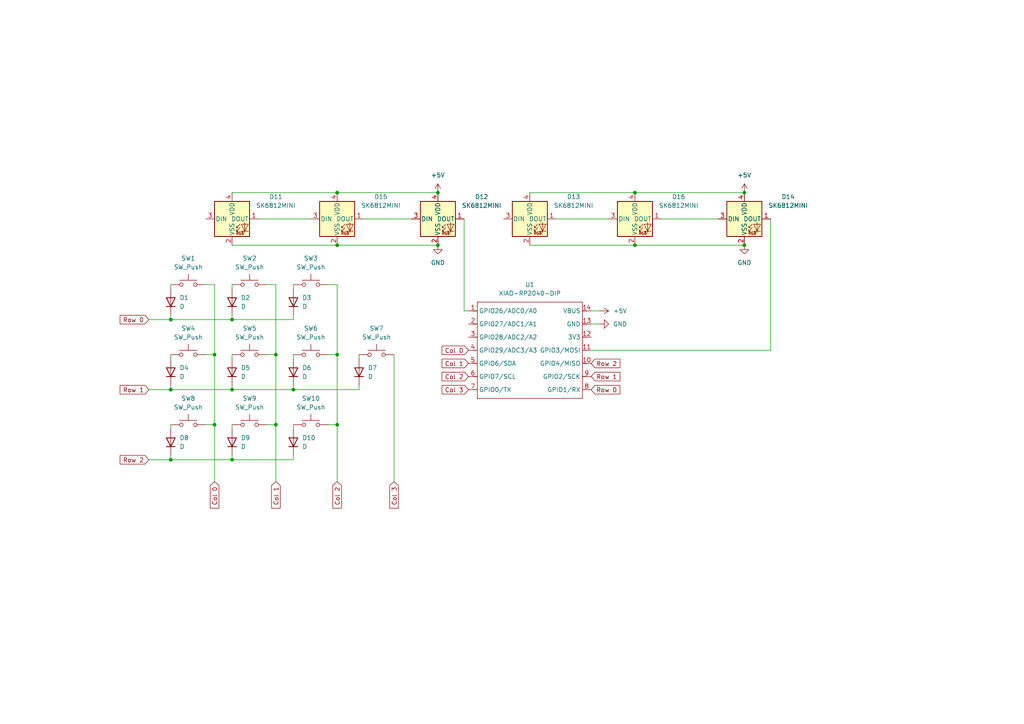
<source format=kicad_sch>
(kicad_sch
	(version 20250114)
	(generator "eeschema")
	(generator_version "9.0")
	(uuid "0e62fbf0-e9d8-4291-96f1-a6475c435529")
	(paper "A4")
	(lib_symbols
		(symbol "Device:D"
			(pin_numbers
				(hide yes)
			)
			(pin_names
				(offset 1.016)
				(hide yes)
			)
			(exclude_from_sim no)
			(in_bom yes)
			(on_board yes)
			(property "Reference" "D"
				(at 0 2.54 0)
				(effects
					(font
						(size 1.27 1.27)
					)
				)
			)
			(property "Value" "D"
				(at 0 -2.54 0)
				(effects
					(font
						(size 1.27 1.27)
					)
				)
			)
			(property "Footprint" ""
				(at 0 0 0)
				(effects
					(font
						(size 1.27 1.27)
					)
					(hide yes)
				)
			)
			(property "Datasheet" "~"
				(at 0 0 0)
				(effects
					(font
						(size 1.27 1.27)
					)
					(hide yes)
				)
			)
			(property "Description" "Diode"
				(at 0 0 0)
				(effects
					(font
						(size 1.27 1.27)
					)
					(hide yes)
				)
			)
			(property "Sim.Device" "D"
				(at 0 0 0)
				(effects
					(font
						(size 1.27 1.27)
					)
					(hide yes)
				)
			)
			(property "Sim.Pins" "1=K 2=A"
				(at 0 0 0)
				(effects
					(font
						(size 1.27 1.27)
					)
					(hide yes)
				)
			)
			(property "ki_keywords" "diode"
				(at 0 0 0)
				(effects
					(font
						(size 1.27 1.27)
					)
					(hide yes)
				)
			)
			(property "ki_fp_filters" "TO-???* *_Diode_* *SingleDiode* D_*"
				(at 0 0 0)
				(effects
					(font
						(size 1.27 1.27)
					)
					(hide yes)
				)
			)
			(symbol "D_0_1"
				(polyline
					(pts
						(xy -1.27 1.27) (xy -1.27 -1.27)
					)
					(stroke
						(width 0.254)
						(type default)
					)
					(fill
						(type none)
					)
				)
				(polyline
					(pts
						(xy 1.27 1.27) (xy 1.27 -1.27) (xy -1.27 0) (xy 1.27 1.27)
					)
					(stroke
						(width 0.254)
						(type default)
					)
					(fill
						(type none)
					)
				)
				(polyline
					(pts
						(xy 1.27 0) (xy -1.27 0)
					)
					(stroke
						(width 0)
						(type default)
					)
					(fill
						(type none)
					)
				)
			)
			(symbol "D_1_1"
				(pin passive line
					(at -3.81 0 0)
					(length 2.54)
					(name "K"
						(effects
							(font
								(size 1.27 1.27)
							)
						)
					)
					(number "1"
						(effects
							(font
								(size 1.27 1.27)
							)
						)
					)
				)
				(pin passive line
					(at 3.81 0 180)
					(length 2.54)
					(name "A"
						(effects
							(font
								(size 1.27 1.27)
							)
						)
					)
					(number "2"
						(effects
							(font
								(size 1.27 1.27)
							)
						)
					)
				)
			)
			(embedded_fonts no)
		)
		(symbol "LED:SK6812MINI"
			(pin_names
				(offset 0.254)
			)
			(exclude_from_sim no)
			(in_bom yes)
			(on_board yes)
			(property "Reference" "D"
				(at 5.08 5.715 0)
				(effects
					(font
						(size 1.27 1.27)
					)
					(justify right bottom)
				)
			)
			(property "Value" "SK6812MINI"
				(at 1.27 -5.715 0)
				(effects
					(font
						(size 1.27 1.27)
					)
					(justify left top)
				)
			)
			(property "Footprint" "LED_SMD:LED_SK6812MINI_PLCC4_3.5x3.5mm_P1.75mm"
				(at 1.27 -7.62 0)
				(effects
					(font
						(size 1.27 1.27)
					)
					(justify left top)
					(hide yes)
				)
			)
			(property "Datasheet" "https://cdn-shop.adafruit.com/product-files/2686/SK6812MINI_REV.01-1-2.pdf"
				(at 2.54 -9.525 0)
				(effects
					(font
						(size 1.27 1.27)
					)
					(justify left top)
					(hide yes)
				)
			)
			(property "Description" "RGB LED with integrated controller"
				(at 0 0 0)
				(effects
					(font
						(size 1.27 1.27)
					)
					(hide yes)
				)
			)
			(property "ki_keywords" "RGB LED NeoPixel Mini addressable"
				(at 0 0 0)
				(effects
					(font
						(size 1.27 1.27)
					)
					(hide yes)
				)
			)
			(property "ki_fp_filters" "LED*SK6812MINI*PLCC*3.5x3.5mm*P1.75mm*"
				(at 0 0 0)
				(effects
					(font
						(size 1.27 1.27)
					)
					(hide yes)
				)
			)
			(symbol "SK6812MINI_0_0"
				(text "RGB"
					(at 2.286 -4.191 0)
					(effects
						(font
							(size 0.762 0.762)
						)
					)
				)
			)
			(symbol "SK6812MINI_0_1"
				(polyline
					(pts
						(xy 1.27 -2.54) (xy 1.778 -2.54)
					)
					(stroke
						(width 0)
						(type default)
					)
					(fill
						(type none)
					)
				)
				(polyline
					(pts
						(xy 1.27 -3.556) (xy 1.778 -3.556)
					)
					(stroke
						(width 0)
						(type default)
					)
					(fill
						(type none)
					)
				)
				(polyline
					(pts
						(xy 2.286 -1.524) (xy 1.27 -2.54) (xy 1.27 -2.032)
					)
					(stroke
						(width 0)
						(type default)
					)
					(fill
						(type none)
					)
				)
				(polyline
					(pts
						(xy 2.286 -2.54) (xy 1.27 -3.556) (xy 1.27 -3.048)
					)
					(stroke
						(width 0)
						(type default)
					)
					(fill
						(type none)
					)
				)
				(polyline
					(pts
						(xy 3.683 -1.016) (xy 3.683 -3.556) (xy 3.683 -4.064)
					)
					(stroke
						(width 0)
						(type default)
					)
					(fill
						(type none)
					)
				)
				(polyline
					(pts
						(xy 4.699 -1.524) (xy 2.667 -1.524) (xy 3.683 -3.556) (xy 4.699 -1.524)
					)
					(stroke
						(width 0)
						(type default)
					)
					(fill
						(type none)
					)
				)
				(polyline
					(pts
						(xy 4.699 -3.556) (xy 2.667 -3.556)
					)
					(stroke
						(width 0)
						(type default)
					)
					(fill
						(type none)
					)
				)
				(rectangle
					(start 5.08 5.08)
					(end -5.08 -5.08)
					(stroke
						(width 0.254)
						(type default)
					)
					(fill
						(type background)
					)
				)
			)
			(symbol "SK6812MINI_1_1"
				(pin input line
					(at -7.62 0 0)
					(length 2.54)
					(name "DIN"
						(effects
							(font
								(size 1.27 1.27)
							)
						)
					)
					(number "3"
						(effects
							(font
								(size 1.27 1.27)
							)
						)
					)
				)
				(pin power_in line
					(at 0 7.62 270)
					(length 2.54)
					(name "VDD"
						(effects
							(font
								(size 1.27 1.27)
							)
						)
					)
					(number "4"
						(effects
							(font
								(size 1.27 1.27)
							)
						)
					)
				)
				(pin power_in line
					(at 0 -7.62 90)
					(length 2.54)
					(name "VSS"
						(effects
							(font
								(size 1.27 1.27)
							)
						)
					)
					(number "2"
						(effects
							(font
								(size 1.27 1.27)
							)
						)
					)
				)
				(pin output line
					(at 7.62 0 180)
					(length 2.54)
					(name "DOUT"
						(effects
							(font
								(size 1.27 1.27)
							)
						)
					)
					(number "1"
						(effects
							(font
								(size 1.27 1.27)
							)
						)
					)
				)
			)
			(embedded_fonts no)
		)
		(symbol "OPL:XIAO-RP2040-DIP"
			(exclude_from_sim no)
			(in_bom yes)
			(on_board yes)
			(property "Reference" "U"
				(at 0 0 0)
				(effects
					(font
						(size 1.27 1.27)
					)
				)
			)
			(property "Value" "XIAO-RP2040-DIP"
				(at 5.334 -1.778 0)
				(effects
					(font
						(size 1.27 1.27)
					)
				)
			)
			(property "Footprint" "Module:MOUDLE14P-XIAO-DIP-SMD"
				(at 14.478 -32.258 0)
				(effects
					(font
						(size 1.27 1.27)
					)
					(hide yes)
				)
			)
			(property "Datasheet" ""
				(at 0 0 0)
				(effects
					(font
						(size 1.27 1.27)
					)
					(hide yes)
				)
			)
			(property "Description" ""
				(at 0 0 0)
				(effects
					(font
						(size 1.27 1.27)
					)
					(hide yes)
				)
			)
			(symbol "XIAO-RP2040-DIP_1_0"
				(polyline
					(pts
						(xy -1.27 -2.54) (xy 29.21 -2.54)
					)
					(stroke
						(width 0.1524)
						(type solid)
					)
					(fill
						(type none)
					)
				)
				(polyline
					(pts
						(xy -1.27 -5.08) (xy -2.54 -5.08)
					)
					(stroke
						(width 0.1524)
						(type solid)
					)
					(fill
						(type none)
					)
				)
				(polyline
					(pts
						(xy -1.27 -5.08) (xy -1.27 -2.54)
					)
					(stroke
						(width 0.1524)
						(type solid)
					)
					(fill
						(type none)
					)
				)
				(polyline
					(pts
						(xy -1.27 -8.89) (xy -2.54 -8.89)
					)
					(stroke
						(width 0.1524)
						(type solid)
					)
					(fill
						(type none)
					)
				)
				(polyline
					(pts
						(xy -1.27 -8.89) (xy -1.27 -5.08)
					)
					(stroke
						(width 0.1524)
						(type solid)
					)
					(fill
						(type none)
					)
				)
				(polyline
					(pts
						(xy -1.27 -12.7) (xy -2.54 -12.7)
					)
					(stroke
						(width 0.1524)
						(type solid)
					)
					(fill
						(type none)
					)
				)
				(polyline
					(pts
						(xy -1.27 -12.7) (xy -1.27 -8.89)
					)
					(stroke
						(width 0.1524)
						(type solid)
					)
					(fill
						(type none)
					)
				)
				(polyline
					(pts
						(xy -1.27 -16.51) (xy -2.54 -16.51)
					)
					(stroke
						(width 0.1524)
						(type solid)
					)
					(fill
						(type none)
					)
				)
				(polyline
					(pts
						(xy -1.27 -16.51) (xy -1.27 -12.7)
					)
					(stroke
						(width 0.1524)
						(type solid)
					)
					(fill
						(type none)
					)
				)
				(polyline
					(pts
						(xy -1.27 -20.32) (xy -2.54 -20.32)
					)
					(stroke
						(width 0.1524)
						(type solid)
					)
					(fill
						(type none)
					)
				)
				(polyline
					(pts
						(xy -1.27 -24.13) (xy -2.54 -24.13)
					)
					(stroke
						(width 0.1524)
						(type solid)
					)
					(fill
						(type none)
					)
				)
				(polyline
					(pts
						(xy -1.27 -27.94) (xy -2.54 -27.94)
					)
					(stroke
						(width 0.1524)
						(type solid)
					)
					(fill
						(type none)
					)
				)
				(polyline
					(pts
						(xy -1.27 -30.48) (xy -1.27 -16.51)
					)
					(stroke
						(width 0.1524)
						(type solid)
					)
					(fill
						(type none)
					)
				)
				(polyline
					(pts
						(xy 29.21 -2.54) (xy 29.21 -5.08)
					)
					(stroke
						(width 0.1524)
						(type solid)
					)
					(fill
						(type none)
					)
				)
				(polyline
					(pts
						(xy 29.21 -5.08) (xy 29.21 -8.89)
					)
					(stroke
						(width 0.1524)
						(type solid)
					)
					(fill
						(type none)
					)
				)
				(polyline
					(pts
						(xy 29.21 -8.89) (xy 29.21 -12.7)
					)
					(stroke
						(width 0.1524)
						(type solid)
					)
					(fill
						(type none)
					)
				)
				(polyline
					(pts
						(xy 29.21 -12.7) (xy 29.21 -30.48)
					)
					(stroke
						(width 0.1524)
						(type solid)
					)
					(fill
						(type none)
					)
				)
				(polyline
					(pts
						(xy 29.21 -30.48) (xy -1.27 -30.48)
					)
					(stroke
						(width 0.1524)
						(type solid)
					)
					(fill
						(type none)
					)
				)
				(polyline
					(pts
						(xy 30.48 -5.08) (xy 29.21 -5.08)
					)
					(stroke
						(width 0.1524)
						(type solid)
					)
					(fill
						(type none)
					)
				)
				(polyline
					(pts
						(xy 30.48 -8.89) (xy 29.21 -8.89)
					)
					(stroke
						(width 0.1524)
						(type solid)
					)
					(fill
						(type none)
					)
				)
				(polyline
					(pts
						(xy 30.48 -12.7) (xy 29.21 -12.7)
					)
					(stroke
						(width 0.1524)
						(type solid)
					)
					(fill
						(type none)
					)
				)
				(polyline
					(pts
						(xy 30.48 -16.51) (xy 29.21 -16.51)
					)
					(stroke
						(width 0.1524)
						(type solid)
					)
					(fill
						(type none)
					)
				)
				(polyline
					(pts
						(xy 30.48 -20.32) (xy 29.21 -20.32)
					)
					(stroke
						(width 0.1524)
						(type solid)
					)
					(fill
						(type none)
					)
				)
				(polyline
					(pts
						(xy 30.48 -24.13) (xy 29.21 -24.13)
					)
					(stroke
						(width 0.1524)
						(type solid)
					)
					(fill
						(type none)
					)
				)
				(polyline
					(pts
						(xy 30.48 -27.94) (xy 29.21 -27.94)
					)
					(stroke
						(width 0.1524)
						(type solid)
					)
					(fill
						(type none)
					)
				)
				(pin passive line
					(at -3.81 -5.08 0)
					(length 2.54)
					(name "GPIO26/ADC0/A0"
						(effects
							(font
								(size 1.27 1.27)
							)
						)
					)
					(number "1"
						(effects
							(font
								(size 1.27 1.27)
							)
						)
					)
				)
				(pin passive line
					(at -3.81 -8.89 0)
					(length 2.54)
					(name "GPIO27/ADC1/A1"
						(effects
							(font
								(size 1.27 1.27)
							)
						)
					)
					(number "2"
						(effects
							(font
								(size 1.27 1.27)
							)
						)
					)
				)
				(pin passive line
					(at -3.81 -12.7 0)
					(length 2.54)
					(name "GPIO28/ADC2/A2"
						(effects
							(font
								(size 1.27 1.27)
							)
						)
					)
					(number "3"
						(effects
							(font
								(size 1.27 1.27)
							)
						)
					)
				)
				(pin passive line
					(at -3.81 -16.51 0)
					(length 2.54)
					(name "GPIO29/ADC3/A3"
						(effects
							(font
								(size 1.27 1.27)
							)
						)
					)
					(number "4"
						(effects
							(font
								(size 1.27 1.27)
							)
						)
					)
				)
				(pin passive line
					(at -3.81 -20.32 0)
					(length 2.54)
					(name "GPIO6/SDA"
						(effects
							(font
								(size 1.27 1.27)
							)
						)
					)
					(number "5"
						(effects
							(font
								(size 1.27 1.27)
							)
						)
					)
				)
				(pin passive line
					(at -3.81 -24.13 0)
					(length 2.54)
					(name "GPIO7/SCL"
						(effects
							(font
								(size 1.27 1.27)
							)
						)
					)
					(number "6"
						(effects
							(font
								(size 1.27 1.27)
							)
						)
					)
				)
				(pin passive line
					(at -3.81 -27.94 0)
					(length 2.54)
					(name "GPIO0/TX"
						(effects
							(font
								(size 1.27 1.27)
							)
						)
					)
					(number "7"
						(effects
							(font
								(size 1.27 1.27)
							)
						)
					)
				)
				(pin passive line
					(at 31.75 -5.08 180)
					(length 2.54)
					(name "VBUS"
						(effects
							(font
								(size 1.27 1.27)
							)
						)
					)
					(number "14"
						(effects
							(font
								(size 1.27 1.27)
							)
						)
					)
				)
				(pin passive line
					(at 31.75 -8.89 180)
					(length 2.54)
					(name "GND"
						(effects
							(font
								(size 1.27 1.27)
							)
						)
					)
					(number "13"
						(effects
							(font
								(size 1.27 1.27)
							)
						)
					)
				)
				(pin passive line
					(at 31.75 -12.7 180)
					(length 2.54)
					(name "3V3"
						(effects
							(font
								(size 1.27 1.27)
							)
						)
					)
					(number "12"
						(effects
							(font
								(size 1.27 1.27)
							)
						)
					)
				)
				(pin passive line
					(at 31.75 -16.51 180)
					(length 2.54)
					(name "GPIO3/MOSI"
						(effects
							(font
								(size 1.27 1.27)
							)
						)
					)
					(number "11"
						(effects
							(font
								(size 1.27 1.27)
							)
						)
					)
				)
				(pin passive line
					(at 31.75 -20.32 180)
					(length 2.54)
					(name "GPIO4/MISO"
						(effects
							(font
								(size 1.27 1.27)
							)
						)
					)
					(number "10"
						(effects
							(font
								(size 1.27 1.27)
							)
						)
					)
				)
				(pin passive line
					(at 31.75 -24.13 180)
					(length 2.54)
					(name "GPIO2/SCK"
						(effects
							(font
								(size 1.27 1.27)
							)
						)
					)
					(number "9"
						(effects
							(font
								(size 1.27 1.27)
							)
						)
					)
				)
				(pin passive line
					(at 31.75 -27.94 180)
					(length 2.54)
					(name "GPIO1/RX"
						(effects
							(font
								(size 1.27 1.27)
							)
						)
					)
					(number "8"
						(effects
							(font
								(size 1.27 1.27)
							)
						)
					)
				)
			)
			(embedded_fonts no)
		)
		(symbol "Switch:SW_Push"
			(pin_numbers
				(hide yes)
			)
			(pin_names
				(offset 1.016)
				(hide yes)
			)
			(exclude_from_sim no)
			(in_bom yes)
			(on_board yes)
			(property "Reference" "SW"
				(at 1.27 2.54 0)
				(effects
					(font
						(size 1.27 1.27)
					)
					(justify left)
				)
			)
			(property "Value" "SW_Push"
				(at 0 -1.524 0)
				(effects
					(font
						(size 1.27 1.27)
					)
				)
			)
			(property "Footprint" ""
				(at 0 5.08 0)
				(effects
					(font
						(size 1.27 1.27)
					)
					(hide yes)
				)
			)
			(property "Datasheet" "~"
				(at 0 5.08 0)
				(effects
					(font
						(size 1.27 1.27)
					)
					(hide yes)
				)
			)
			(property "Description" "Push button switch, generic, two pins"
				(at 0 0 0)
				(effects
					(font
						(size 1.27 1.27)
					)
					(hide yes)
				)
			)
			(property "ki_keywords" "switch normally-open pushbutton push-button"
				(at 0 0 0)
				(effects
					(font
						(size 1.27 1.27)
					)
					(hide yes)
				)
			)
			(symbol "SW_Push_0_1"
				(circle
					(center -2.032 0)
					(radius 0.508)
					(stroke
						(width 0)
						(type default)
					)
					(fill
						(type none)
					)
				)
				(polyline
					(pts
						(xy 0 1.27) (xy 0 3.048)
					)
					(stroke
						(width 0)
						(type default)
					)
					(fill
						(type none)
					)
				)
				(circle
					(center 2.032 0)
					(radius 0.508)
					(stroke
						(width 0)
						(type default)
					)
					(fill
						(type none)
					)
				)
				(polyline
					(pts
						(xy 2.54 1.27) (xy -2.54 1.27)
					)
					(stroke
						(width 0)
						(type default)
					)
					(fill
						(type none)
					)
				)
				(pin passive line
					(at -5.08 0 0)
					(length 2.54)
					(name "1"
						(effects
							(font
								(size 1.27 1.27)
							)
						)
					)
					(number "1"
						(effects
							(font
								(size 1.27 1.27)
							)
						)
					)
				)
				(pin passive line
					(at 5.08 0 180)
					(length 2.54)
					(name "2"
						(effects
							(font
								(size 1.27 1.27)
							)
						)
					)
					(number "2"
						(effects
							(font
								(size 1.27 1.27)
							)
						)
					)
				)
			)
			(embedded_fonts no)
		)
		(symbol "power:+5V"
			(power)
			(pin_numbers
				(hide yes)
			)
			(pin_names
				(offset 0)
				(hide yes)
			)
			(exclude_from_sim no)
			(in_bom yes)
			(on_board yes)
			(property "Reference" "#PWR"
				(at 0 -3.81 0)
				(effects
					(font
						(size 1.27 1.27)
					)
					(hide yes)
				)
			)
			(property "Value" "+5V"
				(at 0 3.556 0)
				(effects
					(font
						(size 1.27 1.27)
					)
				)
			)
			(property "Footprint" ""
				(at 0 0 0)
				(effects
					(font
						(size 1.27 1.27)
					)
					(hide yes)
				)
			)
			(property "Datasheet" ""
				(at 0 0 0)
				(effects
					(font
						(size 1.27 1.27)
					)
					(hide yes)
				)
			)
			(property "Description" "Power symbol creates a global label with name \"+5V\""
				(at 0 0 0)
				(effects
					(font
						(size 1.27 1.27)
					)
					(hide yes)
				)
			)
			(property "ki_keywords" "global power"
				(at 0 0 0)
				(effects
					(font
						(size 1.27 1.27)
					)
					(hide yes)
				)
			)
			(symbol "+5V_0_1"
				(polyline
					(pts
						(xy -0.762 1.27) (xy 0 2.54)
					)
					(stroke
						(width 0)
						(type default)
					)
					(fill
						(type none)
					)
				)
				(polyline
					(pts
						(xy 0 2.54) (xy 0.762 1.27)
					)
					(stroke
						(width 0)
						(type default)
					)
					(fill
						(type none)
					)
				)
				(polyline
					(pts
						(xy 0 0) (xy 0 2.54)
					)
					(stroke
						(width 0)
						(type default)
					)
					(fill
						(type none)
					)
				)
			)
			(symbol "+5V_1_1"
				(pin power_in line
					(at 0 0 90)
					(length 0)
					(name "~"
						(effects
							(font
								(size 1.27 1.27)
							)
						)
					)
					(number "1"
						(effects
							(font
								(size 1.27 1.27)
							)
						)
					)
				)
			)
			(embedded_fonts no)
		)
		(symbol "power:GND"
			(power)
			(pin_numbers
				(hide yes)
			)
			(pin_names
				(offset 0)
				(hide yes)
			)
			(exclude_from_sim no)
			(in_bom yes)
			(on_board yes)
			(property "Reference" "#PWR"
				(at 0 -6.35 0)
				(effects
					(font
						(size 1.27 1.27)
					)
					(hide yes)
				)
			)
			(property "Value" "GND"
				(at 0 -3.81 0)
				(effects
					(font
						(size 1.27 1.27)
					)
				)
			)
			(property "Footprint" ""
				(at 0 0 0)
				(effects
					(font
						(size 1.27 1.27)
					)
					(hide yes)
				)
			)
			(property "Datasheet" ""
				(at 0 0 0)
				(effects
					(font
						(size 1.27 1.27)
					)
					(hide yes)
				)
			)
			(property "Description" "Power symbol creates a global label with name \"GND\" , ground"
				(at 0 0 0)
				(effects
					(font
						(size 1.27 1.27)
					)
					(hide yes)
				)
			)
			(property "ki_keywords" "global power"
				(at 0 0 0)
				(effects
					(font
						(size 1.27 1.27)
					)
					(hide yes)
				)
			)
			(symbol "GND_0_1"
				(polyline
					(pts
						(xy 0 0) (xy 0 -1.27) (xy 1.27 -1.27) (xy 0 -2.54) (xy -1.27 -1.27) (xy 0 -1.27)
					)
					(stroke
						(width 0)
						(type default)
					)
					(fill
						(type none)
					)
				)
			)
			(symbol "GND_1_1"
				(pin power_in line
					(at 0 0 270)
					(length 0)
					(name "~"
						(effects
							(font
								(size 1.27 1.27)
							)
						)
					)
					(number "1"
						(effects
							(font
								(size 1.27 1.27)
							)
						)
					)
				)
			)
			(embedded_fonts no)
		)
	)
	(junction
		(at 215.9 55.88)
		(diameter 0)
		(color 0 0 0 0)
		(uuid "000adc8e-314e-46ec-8900-81cd619177a7")
	)
	(junction
		(at 49.53 133.35)
		(diameter 0)
		(color 0 0 0 0)
		(uuid "084b72a6-8190-471d-a51b-1457efdeb787")
	)
	(junction
		(at 97.79 102.87)
		(diameter 0)
		(color 0 0 0 0)
		(uuid "09e2e0ec-9fd0-433a-939b-5a272a3567bb")
	)
	(junction
		(at 49.53 113.03)
		(diameter 0)
		(color 0 0 0 0)
		(uuid "14c7b720-24e8-4fa5-8b78-401f42134641")
	)
	(junction
		(at 67.31 92.71)
		(diameter 0)
		(color 0 0 0 0)
		(uuid "37e68c7c-e645-45f4-9357-423f34cc936c")
	)
	(junction
		(at 62.23 102.87)
		(diameter 0)
		(color 0 0 0 0)
		(uuid "50c3c70f-495d-4aea-99bb-eda6b066814c")
	)
	(junction
		(at 62.23 123.19)
		(diameter 0)
		(color 0 0 0 0)
		(uuid "58214391-7aa2-409d-a0cf-282a012843a9")
	)
	(junction
		(at 127 55.88)
		(diameter 0)
		(color 0 0 0 0)
		(uuid "68fada56-0199-48ad-9f0f-25df57a70f7b")
	)
	(junction
		(at 80.01 102.87)
		(diameter 0)
		(color 0 0 0 0)
		(uuid "84f2da8f-9459-4108-be2a-6aba2d1c898e")
	)
	(junction
		(at 184.15 71.12)
		(diameter 0)
		(color 0 0 0 0)
		(uuid "853ffa5f-b2f8-43ba-9d0c-4acac02d215b")
	)
	(junction
		(at 67.31 133.35)
		(diameter 0)
		(color 0 0 0 0)
		(uuid "88b72877-b009-4fdb-8fb2-88ba4eb3c313")
	)
	(junction
		(at 85.09 113.03)
		(diameter 0)
		(color 0 0 0 0)
		(uuid "88d03841-98ba-40e7-b42c-52deb5b06892")
	)
	(junction
		(at 97.79 71.12)
		(diameter 0)
		(color 0 0 0 0)
		(uuid "8f5b0245-a984-4690-9287-f0a1e2ccb569")
	)
	(junction
		(at 80.01 123.19)
		(diameter 0)
		(color 0 0 0 0)
		(uuid "94e29566-6683-40a8-84e5-25460ad4dd33")
	)
	(junction
		(at 215.9 71.12)
		(diameter 0)
		(color 0 0 0 0)
		(uuid "9753c793-3e34-47ec-908d-e8b8795049b9")
	)
	(junction
		(at 184.15 55.88)
		(diameter 0)
		(color 0 0 0 0)
		(uuid "bee7dea5-a353-42fa-b33f-39f4fe0ab1ff")
	)
	(junction
		(at 49.53 92.71)
		(diameter 0)
		(color 0 0 0 0)
		(uuid "c3c95c36-524c-4ffa-9fe4-56c3bb9b0a1e")
	)
	(junction
		(at 67.31 113.03)
		(diameter 0)
		(color 0 0 0 0)
		(uuid "dd48f0a7-ae8b-432c-9685-f863a079ab0e")
	)
	(junction
		(at 97.79 55.88)
		(diameter 0)
		(color 0 0 0 0)
		(uuid "e334faaf-1c3e-49da-a163-b80bc7b3df0a")
	)
	(junction
		(at 127 71.12)
		(diameter 0)
		(color 0 0 0 0)
		(uuid "f1affcf7-e82e-4a0e-9b69-f87e3a864e66")
	)
	(junction
		(at 97.79 123.19)
		(diameter 0)
		(color 0 0 0 0)
		(uuid "ff003448-8381-468e-adac-9e1ffeb2992c")
	)
	(wire
		(pts
			(xy 97.79 123.19) (xy 95.25 123.19)
		)
		(stroke
			(width 0)
			(type default)
		)
		(uuid "085e4fac-bc23-449c-97c0-6fcd75d98a9e")
	)
	(wire
		(pts
			(xy 85.09 102.87) (xy 85.09 104.14)
		)
		(stroke
			(width 0)
			(type default)
		)
		(uuid "0bffe934-6247-4bde-bd88-7d1628b19bdd")
	)
	(wire
		(pts
			(xy 184.15 55.88) (xy 215.9 55.88)
		)
		(stroke
			(width 0)
			(type default)
		)
		(uuid "1128e01c-10c0-4647-9c84-1223b060ae04")
	)
	(wire
		(pts
			(xy 171.45 93.98) (xy 173.99 93.98)
		)
		(stroke
			(width 0)
			(type default)
		)
		(uuid "1c0f2d1d-1204-4673-a2ad-c8c48bddedb6")
	)
	(wire
		(pts
			(xy 104.14 111.76) (xy 104.14 113.03)
		)
		(stroke
			(width 0)
			(type default)
		)
		(uuid "1dd9d410-e72b-44bb-a644-2a372d4cfc7a")
	)
	(wire
		(pts
			(xy 223.52 101.6) (xy 171.45 101.6)
		)
		(stroke
			(width 0)
			(type default)
		)
		(uuid "1e021664-af4d-4a31-9fbe-56599ab2f6be")
	)
	(wire
		(pts
			(xy 43.18 133.35) (xy 49.53 133.35)
		)
		(stroke
			(width 0)
			(type default)
		)
		(uuid "24a2b7b6-2570-4922-9286-742685932a4f")
	)
	(wire
		(pts
			(xy 223.52 63.5) (xy 223.52 101.6)
		)
		(stroke
			(width 0)
			(type default)
		)
		(uuid "259dc877-768f-4936-87e2-05b15b7b7e0f")
	)
	(wire
		(pts
			(xy 80.01 102.87) (xy 80.01 82.55)
		)
		(stroke
			(width 0)
			(type default)
		)
		(uuid "29cd706e-2491-4d8d-ad0e-cb5f9430f573")
	)
	(wire
		(pts
			(xy 43.18 92.71) (xy 49.53 92.71)
		)
		(stroke
			(width 0)
			(type default)
		)
		(uuid "2b3cb37e-1b8f-4e54-8dc3-a07ac06f5305")
	)
	(wire
		(pts
			(xy 67.31 104.14) (xy 67.31 102.87)
		)
		(stroke
			(width 0)
			(type default)
		)
		(uuid "2b9a5398-d660-4476-8aeb-4fb1336e6f55")
	)
	(wire
		(pts
			(xy 80.01 123.19) (xy 77.47 123.19)
		)
		(stroke
			(width 0)
			(type default)
		)
		(uuid "2d2d8683-1522-4bed-824f-77e3cfadff90")
	)
	(wire
		(pts
			(xy 153.67 55.88) (xy 184.15 55.88)
		)
		(stroke
			(width 0)
			(type default)
		)
		(uuid "2e71b5b8-157c-4fcd-bead-11bc28143587")
	)
	(wire
		(pts
			(xy 80.01 139.7) (xy 80.01 123.19)
		)
		(stroke
			(width 0)
			(type default)
		)
		(uuid "3052e68f-9cac-414d-b297-1c866b9f49aa")
	)
	(wire
		(pts
			(xy 85.09 82.55) (xy 85.09 83.82)
		)
		(stroke
			(width 0)
			(type default)
		)
		(uuid "315e4c5e-39c1-4a55-a5d4-a48777d41cce")
	)
	(wire
		(pts
			(xy 97.79 123.19) (xy 97.79 139.7)
		)
		(stroke
			(width 0)
			(type default)
		)
		(uuid "35019aa0-271c-4db3-9107-ad047410b4a5")
	)
	(wire
		(pts
			(xy 67.31 133.35) (xy 67.31 132.08)
		)
		(stroke
			(width 0)
			(type default)
		)
		(uuid "35da5c92-cdfb-4ab5-855a-abc54134488c")
	)
	(wire
		(pts
			(xy 97.79 82.55) (xy 95.25 82.55)
		)
		(stroke
			(width 0)
			(type default)
		)
		(uuid "3929bc0f-ea0d-46f9-bb75-d073d9acf2f6")
	)
	(wire
		(pts
			(xy 67.31 123.19) (xy 67.31 124.46)
		)
		(stroke
			(width 0)
			(type default)
		)
		(uuid "3fd6fd7c-292e-46ed-909c-1021a3e1542b")
	)
	(wire
		(pts
			(xy 97.79 71.12) (xy 127 71.12)
		)
		(stroke
			(width 0)
			(type default)
		)
		(uuid "40c59ab3-0f6b-4302-bbab-e14fadae2112")
	)
	(wire
		(pts
			(xy 62.23 102.87) (xy 62.23 123.19)
		)
		(stroke
			(width 0)
			(type default)
		)
		(uuid "42c83fef-985a-4d35-8c6a-14b2092499ba")
	)
	(wire
		(pts
			(xy 191.77 63.5) (xy 208.28 63.5)
		)
		(stroke
			(width 0)
			(type default)
		)
		(uuid "47929027-b6a3-422f-88c1-d37dc99c487d")
	)
	(wire
		(pts
			(xy 134.62 90.17) (xy 135.89 90.17)
		)
		(stroke
			(width 0)
			(type default)
		)
		(uuid "496ae9a5-41a8-4865-8248-514d23b76cb1")
	)
	(wire
		(pts
			(xy 67.31 92.71) (xy 67.31 91.44)
		)
		(stroke
			(width 0)
			(type default)
		)
		(uuid "4be6f661-a831-4fdd-9118-500c02b9318d")
	)
	(wire
		(pts
			(xy 49.53 133.35) (xy 67.31 133.35)
		)
		(stroke
			(width 0)
			(type default)
		)
		(uuid "4c108c8c-2ca5-4a70-b33f-b759476d6ce1")
	)
	(wire
		(pts
			(xy 97.79 102.87) (xy 97.79 123.19)
		)
		(stroke
			(width 0)
			(type default)
		)
		(uuid "54363e82-b111-43c3-803f-3ed18b414346")
	)
	(wire
		(pts
			(xy 85.09 113.03) (xy 104.14 113.03)
		)
		(stroke
			(width 0)
			(type default)
		)
		(uuid "5781f07a-5824-483f-9f5b-214aecb5dca0")
	)
	(wire
		(pts
			(xy 67.31 113.03) (xy 67.31 111.76)
		)
		(stroke
			(width 0)
			(type default)
		)
		(uuid "6247970b-49a6-4a99-9639-5973e8782619")
	)
	(wire
		(pts
			(xy 97.79 102.87) (xy 97.79 82.55)
		)
		(stroke
			(width 0)
			(type default)
		)
		(uuid "62b10e43-f06f-47a1-a851-6b1ff3813fe3")
	)
	(wire
		(pts
			(xy 85.09 133.35) (xy 85.09 132.08)
		)
		(stroke
			(width 0)
			(type default)
		)
		(uuid "632c22e7-8e27-4143-8a63-a6449394b017")
	)
	(wire
		(pts
			(xy 43.18 113.03) (xy 49.53 113.03)
		)
		(stroke
			(width 0)
			(type default)
		)
		(uuid "73d3fb08-2ce4-41fb-bd43-18826d8566d2")
	)
	(wire
		(pts
			(xy 97.79 55.88) (xy 127 55.88)
		)
		(stroke
			(width 0)
			(type default)
		)
		(uuid "7533cb21-c021-4d1c-9016-4dd84481e9fb")
	)
	(wire
		(pts
			(xy 114.3 102.87) (xy 114.3 139.7)
		)
		(stroke
			(width 0)
			(type default)
		)
		(uuid "7a29ecab-21d0-440c-80fd-8148c9fb2768")
	)
	(wire
		(pts
			(xy 62.23 102.87) (xy 59.69 102.87)
		)
		(stroke
			(width 0)
			(type default)
		)
		(uuid "86fa24e5-d5c7-4be3-9616-04d7e35d54cf")
	)
	(wire
		(pts
			(xy 49.53 133.35) (xy 49.53 132.08)
		)
		(stroke
			(width 0)
			(type default)
		)
		(uuid "8a498cf2-97db-43c1-8718-6bbc09102d50")
	)
	(wire
		(pts
			(xy 62.23 123.19) (xy 62.23 139.7)
		)
		(stroke
			(width 0)
			(type default)
		)
		(uuid "903b7989-af24-4780-9be2-19f29f31e16b")
	)
	(wire
		(pts
			(xy 67.31 71.12) (xy 97.79 71.12)
		)
		(stroke
			(width 0)
			(type default)
		)
		(uuid "931801fc-d680-4b14-8151-fd66baa03910")
	)
	(wire
		(pts
			(xy 85.09 91.44) (xy 85.09 92.71)
		)
		(stroke
			(width 0)
			(type default)
		)
		(uuid "939ba414-3fbd-4a89-9b19-b3b1f2d24dbf")
	)
	(wire
		(pts
			(xy 80.01 82.55) (xy 77.47 82.55)
		)
		(stroke
			(width 0)
			(type default)
		)
		(uuid "956b4d34-b205-4bce-b411-9718496c41c3")
	)
	(wire
		(pts
			(xy 49.53 113.03) (xy 49.53 111.76)
		)
		(stroke
			(width 0)
			(type default)
		)
		(uuid "9a9d684f-6e26-4b8f-a939-afb3db79dc63")
	)
	(wire
		(pts
			(xy 171.45 90.17) (xy 173.99 90.17)
		)
		(stroke
			(width 0)
			(type default)
		)
		(uuid "9d32cb6a-e9a8-416d-8d73-5941bb43683d")
	)
	(wire
		(pts
			(xy 105.41 63.5) (xy 119.38 63.5)
		)
		(stroke
			(width 0)
			(type default)
		)
		(uuid "9d57cdce-c66b-4524-a436-5ea8e88e8e72")
	)
	(wire
		(pts
			(xy 104.14 104.14) (xy 104.14 102.87)
		)
		(stroke
			(width 0)
			(type default)
		)
		(uuid "9dbc93de-596d-4492-8620-0632323f068e")
	)
	(wire
		(pts
			(xy 49.53 91.44) (xy 49.53 92.71)
		)
		(stroke
			(width 0)
			(type default)
		)
		(uuid "a3311c50-389f-430e-bf7d-0c5fcb0ecd48")
	)
	(wire
		(pts
			(xy 67.31 92.71) (xy 85.09 92.71)
		)
		(stroke
			(width 0)
			(type default)
		)
		(uuid "a870868b-974d-46dd-bc6e-b908bc782ecc")
	)
	(wire
		(pts
			(xy 134.62 63.5) (xy 134.62 90.17)
		)
		(stroke
			(width 0)
			(type default)
		)
		(uuid "aac66554-27e7-4ccd-8043-bf0d7f522a2f")
	)
	(wire
		(pts
			(xy 85.09 123.19) (xy 85.09 124.46)
		)
		(stroke
			(width 0)
			(type default)
		)
		(uuid "b0859d6e-00cc-40ea-acd1-f1dad89e25ae")
	)
	(wire
		(pts
			(xy 49.53 92.71) (xy 67.31 92.71)
		)
		(stroke
			(width 0)
			(type default)
		)
		(uuid "b0e19c98-16cb-4f66-b489-81aee77d8706")
	)
	(wire
		(pts
			(xy 49.53 104.14) (xy 49.53 102.87)
		)
		(stroke
			(width 0)
			(type default)
		)
		(uuid "b17e0918-50c8-4a45-b679-c97078875028")
	)
	(wire
		(pts
			(xy 67.31 83.82) (xy 67.31 82.55)
		)
		(stroke
			(width 0)
			(type default)
		)
		(uuid "b60d4406-d360-4bdf-b982-5baae6348c95")
	)
	(wire
		(pts
			(xy 97.79 102.87) (xy 95.25 102.87)
		)
		(stroke
			(width 0)
			(type default)
		)
		(uuid "b6ec3a92-f12c-4618-b348-5d7aabb2e4ed")
	)
	(wire
		(pts
			(xy 161.29 63.5) (xy 176.53 63.5)
		)
		(stroke
			(width 0)
			(type default)
		)
		(uuid "bf99f1b6-1915-42ff-8eee-efa77434841b")
	)
	(wire
		(pts
			(xy 62.23 82.55) (xy 62.23 102.87)
		)
		(stroke
			(width 0)
			(type default)
		)
		(uuid "bfa838e1-6452-4f2f-b828-9069efac5302")
	)
	(wire
		(pts
			(xy 85.09 111.76) (xy 85.09 113.03)
		)
		(stroke
			(width 0)
			(type default)
		)
		(uuid "c5299013-9ee1-41b0-a7b6-8be5edaf7476")
	)
	(wire
		(pts
			(xy 153.67 71.12) (xy 184.15 71.12)
		)
		(stroke
			(width 0)
			(type default)
		)
		(uuid "cf944f07-6c03-4a29-85af-ae22c464b734")
	)
	(wire
		(pts
			(xy 67.31 55.88) (xy 97.79 55.88)
		)
		(stroke
			(width 0)
			(type default)
		)
		(uuid "d0d7a175-1cbe-40fd-b688-58e17c2d3aea")
	)
	(wire
		(pts
			(xy 49.53 113.03) (xy 67.31 113.03)
		)
		(stroke
			(width 0)
			(type default)
		)
		(uuid "d7582f8f-1f72-4ea1-a693-52d09d7557c1")
	)
	(wire
		(pts
			(xy 49.53 123.19) (xy 49.53 124.46)
		)
		(stroke
			(width 0)
			(type default)
		)
		(uuid "d7d4a9e4-7d52-4d09-a19a-7a7871539beb")
	)
	(wire
		(pts
			(xy 67.31 133.35) (xy 85.09 133.35)
		)
		(stroke
			(width 0)
			(type default)
		)
		(uuid "dfb7cbc2-0fa7-4634-93ac-fa18ab5f1db9")
	)
	(wire
		(pts
			(xy 62.23 82.55) (xy 59.69 82.55)
		)
		(stroke
			(width 0)
			(type default)
		)
		(uuid "e37b9b07-e1a7-44d8-bc29-b742b11b1414")
	)
	(wire
		(pts
			(xy 80.01 102.87) (xy 77.47 102.87)
		)
		(stroke
			(width 0)
			(type default)
		)
		(uuid "e707dde3-034d-4078-a3b7-e9ebd14d132c")
	)
	(wire
		(pts
			(xy 62.23 123.19) (xy 59.69 123.19)
		)
		(stroke
			(width 0)
			(type default)
		)
		(uuid "e7375e3e-6f76-4fec-a40f-9ce830f64f8c")
	)
	(wire
		(pts
			(xy 49.53 83.82) (xy 49.53 82.55)
		)
		(stroke
			(width 0)
			(type default)
		)
		(uuid "e88139e5-82c4-4764-baad-4fb83514e637")
	)
	(wire
		(pts
			(xy 80.01 123.19) (xy 80.01 102.87)
		)
		(stroke
			(width 0)
			(type default)
		)
		(uuid "ea163500-e5b7-4438-a447-270c816b66cb")
	)
	(wire
		(pts
			(xy 67.31 113.03) (xy 85.09 113.03)
		)
		(stroke
			(width 0)
			(type default)
		)
		(uuid "f0e868ed-5f48-4d3e-89df-e316087721ab")
	)
	(wire
		(pts
			(xy 184.15 71.12) (xy 215.9 71.12)
		)
		(stroke
			(width 0)
			(type default)
		)
		(uuid "f4bd55e4-bfa4-46de-b10a-24cc3d20ec80")
	)
	(wire
		(pts
			(xy 74.93 63.5) (xy 90.17 63.5)
		)
		(stroke
			(width 0)
			(type default)
		)
		(uuid "ff757f24-ec4c-4455-884d-aea0099119a4")
	)
	(global_label "Row 1"
		(shape input)
		(at 43.18 113.03 180)
		(fields_autoplaced yes)
		(effects
			(font
				(size 1.27 1.27)
			)
			(justify right)
		)
		(uuid "07299ee6-1804-4b9a-911a-d0c83b252e75")
		(property "Intersheetrefs" "${INTERSHEET_REFS}"
			(at 34.2682 113.03 0)
			(effects
				(font
					(size 1.27 1.27)
				)
				(justify right)
				(hide yes)
			)
		)
	)
	(global_label "Col 3"
		(shape input)
		(at 135.89 113.03 180)
		(fields_autoplaced yes)
		(effects
			(font
				(size 1.27 1.27)
			)
			(justify right)
		)
		(uuid "1d409c8c-4f04-4e09-9c1a-e6d6a8720d29")
		(property "Intersheetrefs" "${INTERSHEET_REFS}"
			(at 127.6435 113.03 0)
			(effects
				(font
					(size 1.27 1.27)
				)
				(justify right)
				(hide yes)
			)
		)
	)
	(global_label "Col 0"
		(shape input)
		(at 62.23 139.7 270)
		(fields_autoplaced yes)
		(effects
			(font
				(size 1.27 1.27)
			)
			(justify right)
		)
		(uuid "2877bf02-0ce6-4993-9773-5ec4af065021")
		(property "Intersheetrefs" "${INTERSHEET_REFS}"
			(at 62.23 147.9465 90)
			(effects
				(font
					(size 1.27 1.27)
				)
				(justify right)
				(hide yes)
			)
		)
	)
	(global_label "Col 3"
		(shape input)
		(at 114.3 139.7 270)
		(fields_autoplaced yes)
		(effects
			(font
				(size 1.27 1.27)
			)
			(justify right)
		)
		(uuid "3de0032a-527c-4d34-a35b-e55fd481ec31")
		(property "Intersheetrefs" "${INTERSHEET_REFS}"
			(at 114.3 147.9465 90)
			(effects
				(font
					(size 1.27 1.27)
				)
				(justify right)
				(hide yes)
			)
		)
	)
	(global_label "Col 1"
		(shape input)
		(at 80.01 139.7 270)
		(fields_autoplaced yes)
		(effects
			(font
				(size 1.27 1.27)
			)
			(justify right)
		)
		(uuid "646d9093-e0ca-4684-ab48-01c023e33719")
		(property "Intersheetrefs" "${INTERSHEET_REFS}"
			(at 80.01 147.9465 90)
			(effects
				(font
					(size 1.27 1.27)
				)
				(justify right)
				(hide yes)
			)
		)
	)
	(global_label "Row 0"
		(shape input)
		(at 171.45 113.03 0)
		(fields_autoplaced yes)
		(effects
			(font
				(size 1.27 1.27)
			)
			(justify left)
		)
		(uuid "7657af22-636d-413a-9728-28ca74dac4d6")
		(property "Intersheetrefs" "${INTERSHEET_REFS}"
			(at 180.3618 113.03 0)
			(effects
				(font
					(size 1.27 1.27)
				)
				(justify left)
				(hide yes)
			)
		)
	)
	(global_label "Row 2"
		(shape input)
		(at 43.18 133.35 180)
		(fields_autoplaced yes)
		(effects
			(font
				(size 1.27 1.27)
			)
			(justify right)
		)
		(uuid "802ff011-f8e6-4116-9a12-0c42a063ef19")
		(property "Intersheetrefs" "${INTERSHEET_REFS}"
			(at 34.2682 133.35 0)
			(effects
				(font
					(size 1.27 1.27)
				)
				(justify right)
				(hide yes)
			)
		)
	)
	(global_label "Row 0"
		(shape input)
		(at 43.18 92.71 180)
		(fields_autoplaced yes)
		(effects
			(font
				(size 1.27 1.27)
			)
			(justify right)
		)
		(uuid "81353018-96d5-4620-87a0-4bf8688e3780")
		(property "Intersheetrefs" "${INTERSHEET_REFS}"
			(at 34.2682 92.71 0)
			(effects
				(font
					(size 1.27 1.27)
				)
				(justify right)
				(hide yes)
			)
		)
	)
	(global_label "Col 1"
		(shape input)
		(at 135.89 105.41 180)
		(fields_autoplaced yes)
		(effects
			(font
				(size 1.27 1.27)
			)
			(justify right)
		)
		(uuid "a9ca547a-f7ec-4873-82c2-7696dfdfae9f")
		(property "Intersheetrefs" "${INTERSHEET_REFS}"
			(at 127.6435 105.41 0)
			(effects
				(font
					(size 1.27 1.27)
				)
				(justify right)
				(hide yes)
			)
		)
	)
	(global_label "Row 1"
		(shape input)
		(at 171.45 109.22 0)
		(fields_autoplaced yes)
		(effects
			(font
				(size 1.27 1.27)
			)
			(justify left)
		)
		(uuid "a9ce84ac-e551-4953-9c66-bda5ab387cac")
		(property "Intersheetrefs" "${INTERSHEET_REFS}"
			(at 180.3618 109.22 0)
			(effects
				(font
					(size 1.27 1.27)
				)
				(justify left)
				(hide yes)
			)
		)
	)
	(global_label "Col 0"
		(shape input)
		(at 135.89 101.6 180)
		(fields_autoplaced yes)
		(effects
			(font
				(size 1.27 1.27)
			)
			(justify right)
		)
		(uuid "b4d670e0-32a3-4558-bc52-dcbd77d72a73")
		(property "Intersheetrefs" "${INTERSHEET_REFS}"
			(at 127.6435 101.6 0)
			(effects
				(font
					(size 1.27 1.27)
				)
				(justify right)
				(hide yes)
			)
		)
	)
	(global_label "Col 2"
		(shape input)
		(at 135.89 109.22 180)
		(fields_autoplaced yes)
		(effects
			(font
				(size 1.27 1.27)
			)
			(justify right)
		)
		(uuid "d7883e07-7a85-4f40-9509-68bf8b23b1cd")
		(property "Intersheetrefs" "${INTERSHEET_REFS}"
			(at 127.6435 109.22 0)
			(effects
				(font
					(size 1.27 1.27)
				)
				(justify right)
				(hide yes)
			)
		)
	)
	(global_label "Row 2"
		(shape input)
		(at 171.45 105.41 0)
		(fields_autoplaced yes)
		(effects
			(font
				(size 1.27 1.27)
			)
			(justify left)
		)
		(uuid "d8a7cbea-c3a5-4468-85c2-7e8ae68feafc")
		(property "Intersheetrefs" "${INTERSHEET_REFS}"
			(at 180.3618 105.41 0)
			(effects
				(font
					(size 1.27 1.27)
				)
				(justify left)
				(hide yes)
			)
		)
	)
	(global_label "Col 2"
		(shape input)
		(at 97.79 139.7 270)
		(fields_autoplaced yes)
		(effects
			(font
				(size 1.27 1.27)
			)
			(justify right)
		)
		(uuid "ea29232d-48d5-42dd-91eb-349e5043e186")
		(property "Intersheetrefs" "${INTERSHEET_REFS}"
			(at 97.79 147.9465 90)
			(effects
				(font
					(size 1.27 1.27)
				)
				(justify right)
				(hide yes)
			)
		)
	)
	(symbol
		(lib_id "Switch:SW_Push")
		(at 90.17 123.19 0)
		(unit 1)
		(exclude_from_sim no)
		(in_bom yes)
		(on_board yes)
		(dnp no)
		(fields_autoplaced yes)
		(uuid "0568c0d7-ecdc-425a-9f8f-3514833ed18f")
		(property "Reference" "SW10"
			(at 90.17 115.57 0)
			(effects
				(font
					(size 1.27 1.27)
				)
			)
		)
		(property "Value" "SW_Push"
			(at 90.17 118.11 0)
			(effects
				(font
					(size 1.27 1.27)
				)
			)
		)
		(property "Footprint" "Button_Switch_Keyboard:SW_Cherry_MX_1.00u_PCB"
			(at 90.17 118.11 0)
			(effects
				(font
					(size 1.27 1.27)
				)
				(hide yes)
			)
		)
		(property "Datasheet" "~"
			(at 90.17 118.11 0)
			(effects
				(font
					(size 1.27 1.27)
				)
				(hide yes)
			)
		)
		(property "Description" "Push button switch, generic, two pins"
			(at 90.17 123.19 0)
			(effects
				(font
					(size 1.27 1.27)
				)
				(hide yes)
			)
		)
		(pin "2"
			(uuid "ff630885-db94-420b-9bd5-95e995950b37")
		)
		(pin "1"
			(uuid "14d2c4bf-29a4-4d86-92ab-b561803f4768")
		)
		(instances
			(project "rhythmpad"
				(path "/0e62fbf0-e9d8-4291-96f1-a6475c435529"
					(reference "SW10")
					(unit 1)
				)
			)
		)
	)
	(symbol
		(lib_id "power:GND")
		(at 127 71.12 0)
		(unit 1)
		(exclude_from_sim no)
		(in_bom yes)
		(on_board yes)
		(dnp no)
		(fields_autoplaced yes)
		(uuid "057bcdee-6bd1-4326-9242-2071a1e6ed7d")
		(property "Reference" "#PWR06"
			(at 127 77.47 0)
			(effects
				(font
					(size 1.27 1.27)
				)
				(hide yes)
			)
		)
		(property "Value" "GND"
			(at 127 76.2 0)
			(effects
				(font
					(size 1.27 1.27)
				)
			)
		)
		(property "Footprint" ""
			(at 127 71.12 0)
			(effects
				(font
					(size 1.27 1.27)
				)
				(hide yes)
			)
		)
		(property "Datasheet" ""
			(at 127 71.12 0)
			(effects
				(font
					(size 1.27 1.27)
				)
				(hide yes)
			)
		)
		(property "Description" "Power symbol creates a global label with name \"GND\" , ground"
			(at 127 71.12 0)
			(effects
				(font
					(size 1.27 1.27)
				)
				(hide yes)
			)
		)
		(pin "1"
			(uuid "6f45aa04-355a-46a0-a2b4-20b10096a5a0")
		)
		(instances
			(project "rhythmpad"
				(path "/0e62fbf0-e9d8-4291-96f1-a6475c435529"
					(reference "#PWR06")
					(unit 1)
				)
			)
		)
	)
	(symbol
		(lib_id "Switch:SW_Push")
		(at 54.61 123.19 0)
		(unit 1)
		(exclude_from_sim no)
		(in_bom yes)
		(on_board yes)
		(dnp no)
		(fields_autoplaced yes)
		(uuid "0e53b2b7-ea7c-441c-9482-17b0ac8b76c7")
		(property "Reference" "SW8"
			(at 54.61 115.57 0)
			(effects
				(font
					(size 1.27 1.27)
				)
			)
		)
		(property "Value" "SW_Push"
			(at 54.61 118.11 0)
			(effects
				(font
					(size 1.27 1.27)
				)
			)
		)
		(property "Footprint" "Button_Switch_Keyboard:SW_Cherry_MX_1.00u_PCB"
			(at 54.61 118.11 0)
			(effects
				(font
					(size 1.27 1.27)
				)
				(hide yes)
			)
		)
		(property "Datasheet" "~"
			(at 54.61 118.11 0)
			(effects
				(font
					(size 1.27 1.27)
				)
				(hide yes)
			)
		)
		(property "Description" "Push button switch, generic, two pins"
			(at 54.61 123.19 0)
			(effects
				(font
					(size 1.27 1.27)
				)
				(hide yes)
			)
		)
		(pin "2"
			(uuid "3d431120-1333-4f9f-a0b5-a325ddf416b0")
		)
		(pin "1"
			(uuid "b91ec10c-fa85-4b77-9db3-3dcbf02803b4")
		)
		(instances
			(project "rhythmpad"
				(path "/0e62fbf0-e9d8-4291-96f1-a6475c435529"
					(reference "SW8")
					(unit 1)
				)
			)
		)
	)
	(symbol
		(lib_id "Switch:SW_Push")
		(at 90.17 82.55 0)
		(unit 1)
		(exclude_from_sim no)
		(in_bom yes)
		(on_board yes)
		(dnp no)
		(fields_autoplaced yes)
		(uuid "0ef8a06e-c1fd-4932-a0d7-28b1dfc0ebbd")
		(property "Reference" "SW3"
			(at 90.17 74.93 0)
			(effects
				(font
					(size 1.27 1.27)
				)
			)
		)
		(property "Value" "SW_Push"
			(at 90.17 77.47 0)
			(effects
				(font
					(size 1.27 1.27)
				)
			)
		)
		(property "Footprint" "Button_Switch_Keyboard:SW_Cherry_MX_1.00u_PCB"
			(at 90.17 77.47 0)
			(effects
				(font
					(size 1.27 1.27)
				)
				(hide yes)
			)
		)
		(property "Datasheet" "~"
			(at 90.17 77.47 0)
			(effects
				(font
					(size 1.27 1.27)
				)
				(hide yes)
			)
		)
		(property "Description" "Push button switch, generic, two pins"
			(at 90.17 82.55 0)
			(effects
				(font
					(size 1.27 1.27)
				)
				(hide yes)
			)
		)
		(pin "2"
			(uuid "1c5505e5-04b3-47fa-8569-ccae810d7d80")
		)
		(pin "1"
			(uuid "eee63f9e-445e-4f67-9590-8f8c9d6fa5dd")
		)
		(instances
			(project "rhythmpad"
				(path "/0e62fbf0-e9d8-4291-96f1-a6475c435529"
					(reference "SW3")
					(unit 1)
				)
			)
		)
	)
	(symbol
		(lib_id "power:+5V")
		(at 127 55.88 0)
		(unit 1)
		(exclude_from_sim no)
		(in_bom yes)
		(on_board yes)
		(dnp no)
		(fields_autoplaced yes)
		(uuid "106e2064-5e61-4e0b-a161-2b8f4bda01d5")
		(property "Reference" "#PWR01"
			(at 127 59.69 0)
			(effects
				(font
					(size 1.27 1.27)
				)
				(hide yes)
			)
		)
		(property "Value" "+5V"
			(at 127 50.8 0)
			(effects
				(font
					(size 1.27 1.27)
				)
			)
		)
		(property "Footprint" ""
			(at 127 55.88 0)
			(effects
				(font
					(size 1.27 1.27)
				)
				(hide yes)
			)
		)
		(property "Datasheet" ""
			(at 127 55.88 0)
			(effects
				(font
					(size 1.27 1.27)
				)
				(hide yes)
			)
		)
		(property "Description" "Power symbol creates a global label with name \"+5V\""
			(at 127 55.88 0)
			(effects
				(font
					(size 1.27 1.27)
				)
				(hide yes)
			)
		)
		(pin "1"
			(uuid "68ab091d-e69b-4a2e-93ea-a835bbaa11ad")
		)
		(instances
			(project "rhythmpad"
				(path "/0e62fbf0-e9d8-4291-96f1-a6475c435529"
					(reference "#PWR01")
					(unit 1)
				)
			)
		)
	)
	(symbol
		(lib_id "Device:D")
		(at 49.53 107.95 90)
		(unit 1)
		(exclude_from_sim no)
		(in_bom yes)
		(on_board yes)
		(dnp no)
		(fields_autoplaced yes)
		(uuid "189dfd79-58bf-48e5-a467-55e69faf8527")
		(property "Reference" "D4"
			(at 52.07 106.6799 90)
			(effects
				(font
					(size 1.27 1.27)
				)
				(justify right)
			)
		)
		(property "Value" "D"
			(at 52.07 109.2199 90)
			(effects
				(font
					(size 1.27 1.27)
				)
				(justify right)
			)
		)
		(property "Footprint" "Diode_THT:D_DO-35_SOD27_P7.62mm_Horizontal"
			(at 49.53 107.95 0)
			(effects
				(font
					(size 1.27 1.27)
				)
				(hide yes)
			)
		)
		(property "Datasheet" "~"
			(at 49.53 107.95 0)
			(effects
				(font
					(size 1.27 1.27)
				)
				(hide yes)
			)
		)
		(property "Description" "Diode"
			(at 49.53 107.95 0)
			(effects
				(font
					(size 1.27 1.27)
				)
				(hide yes)
			)
		)
		(property "Sim.Device" "D"
			(at 49.53 107.95 0)
			(effects
				(font
					(size 1.27 1.27)
				)
				(hide yes)
			)
		)
		(property "Sim.Pins" "1=K 2=A"
			(at 49.53 107.95 0)
			(effects
				(font
					(size 1.27 1.27)
				)
				(hide yes)
			)
		)
		(pin "1"
			(uuid "eb858a88-e754-43fe-abf9-1302f63fcab1")
		)
		(pin "2"
			(uuid "065beaf8-e20d-4928-84eb-83a20423fb40")
		)
		(instances
			(project "rhythmpad"
				(path "/0e62fbf0-e9d8-4291-96f1-a6475c435529"
					(reference "D4")
					(unit 1)
				)
			)
		)
	)
	(symbol
		(lib_id "LED:SK6812MINI")
		(at 184.15 63.5 0)
		(unit 1)
		(exclude_from_sim no)
		(in_bom yes)
		(on_board yes)
		(dnp no)
		(uuid "245d6654-58ed-48fb-a28d-3049701a231a")
		(property "Reference" "D16"
			(at 196.85 57.0798 0)
			(effects
				(font
					(size 1.27 1.27)
				)
			)
		)
		(property "Value" "SK6812MINI"
			(at 196.85 59.6198 0)
			(effects
				(font
					(size 1.27 1.27)
				)
			)
		)
		(property "Footprint" "LED_SMD:LED_SK6812MINI_PLCC4_3.5x3.5mm_P1.75mm"
			(at 185.42 71.12 0)
			(effects
				(font
					(size 1.27 1.27)
				)
				(justify left top)
				(hide yes)
			)
		)
		(property "Datasheet" "https://cdn-shop.adafruit.com/product-files/2686/SK6812MINI_REV.01-1-2.pdf"
			(at 186.69 73.025 0)
			(effects
				(font
					(size 1.27 1.27)
				)
				(justify left top)
				(hide yes)
			)
		)
		(property "Description" "RGB LED with integrated controller"
			(at 184.15 63.5 0)
			(effects
				(font
					(size 1.27 1.27)
				)
				(hide yes)
			)
		)
		(pin "3"
			(uuid "5e119442-00a3-476d-9462-49534d178125")
		)
		(pin "2"
			(uuid "0dd74abd-d243-461d-8c80-d84fc84f6a61")
		)
		(pin "4"
			(uuid "8a680f54-28fd-4ce0-aa6b-3420b5cc2209")
		)
		(pin "1"
			(uuid "b6f1ca24-7bff-4e5c-a7e6-5503d5d3cd9d")
		)
		(instances
			(project "rhythmpad"
				(path "/0e62fbf0-e9d8-4291-96f1-a6475c435529"
					(reference "D16")
					(unit 1)
				)
			)
		)
	)
	(symbol
		(lib_id "Switch:SW_Push")
		(at 72.39 102.87 0)
		(unit 1)
		(exclude_from_sim no)
		(in_bom yes)
		(on_board yes)
		(dnp no)
		(fields_autoplaced yes)
		(uuid "39e3bdd5-7ee4-4418-af86-74be79fd7adb")
		(property "Reference" "SW5"
			(at 72.39 95.25 0)
			(effects
				(font
					(size 1.27 1.27)
				)
			)
		)
		(property "Value" "SW_Push"
			(at 72.39 97.79 0)
			(effects
				(font
					(size 1.27 1.27)
				)
			)
		)
		(property "Footprint" "Button_Switch_Keyboard:SW_Cherry_MX_1.00u_PCB"
			(at 72.39 97.79 0)
			(effects
				(font
					(size 1.27 1.27)
				)
				(hide yes)
			)
		)
		(property "Datasheet" "~"
			(at 72.39 97.79 0)
			(effects
				(font
					(size 1.27 1.27)
				)
				(hide yes)
			)
		)
		(property "Description" "Push button switch, generic, two pins"
			(at 72.39 102.87 0)
			(effects
				(font
					(size 1.27 1.27)
				)
				(hide yes)
			)
		)
		(pin "2"
			(uuid "77e4c5ef-fc0a-4b90-890b-0145141c3ab8")
		)
		(pin "1"
			(uuid "75f2d9b5-4e29-480f-82ee-8ed76385ef29")
		)
		(instances
			(project "rhythmpad"
				(path "/0e62fbf0-e9d8-4291-96f1-a6475c435529"
					(reference "SW5")
					(unit 1)
				)
			)
		)
	)
	(symbol
		(lib_id "Switch:SW_Push")
		(at 72.39 123.19 0)
		(unit 1)
		(exclude_from_sim no)
		(in_bom yes)
		(on_board yes)
		(dnp no)
		(fields_autoplaced yes)
		(uuid "3b425898-9d19-4b91-83d4-cdb3b6fc20d1")
		(property "Reference" "SW9"
			(at 72.39 115.57 0)
			(effects
				(font
					(size 1.27 1.27)
				)
			)
		)
		(property "Value" "SW_Push"
			(at 72.39 118.11 0)
			(effects
				(font
					(size 1.27 1.27)
				)
			)
		)
		(property "Footprint" "Button_Switch_Keyboard:SW_Cherry_MX_1.00u_PCB"
			(at 72.39 118.11 0)
			(effects
				(font
					(size 1.27 1.27)
				)
				(hide yes)
			)
		)
		(property "Datasheet" "~"
			(at 72.39 118.11 0)
			(effects
				(font
					(size 1.27 1.27)
				)
				(hide yes)
			)
		)
		(property "Description" "Push button switch, generic, two pins"
			(at 72.39 123.19 0)
			(effects
				(font
					(size 1.27 1.27)
				)
				(hide yes)
			)
		)
		(pin "2"
			(uuid "e6a884ff-6226-4576-b517-67839f7034ed")
		)
		(pin "1"
			(uuid "90a23aca-63d3-42dc-8172-ccd917a412a1")
		)
		(instances
			(project "rhythmpad"
				(path "/0e62fbf0-e9d8-4291-96f1-a6475c435529"
					(reference "SW9")
					(unit 1)
				)
			)
		)
	)
	(symbol
		(lib_id "Device:D")
		(at 85.09 87.63 90)
		(unit 1)
		(exclude_from_sim no)
		(in_bom yes)
		(on_board yes)
		(dnp no)
		(fields_autoplaced yes)
		(uuid "412cb63e-07d8-4e1d-9d47-721c8d74dc4e")
		(property "Reference" "D3"
			(at 87.63 86.3599 90)
			(effects
				(font
					(size 1.27 1.27)
				)
				(justify right)
			)
		)
		(property "Value" "D"
			(at 87.63 88.8999 90)
			(effects
				(font
					(size 1.27 1.27)
				)
				(justify right)
			)
		)
		(property "Footprint" "Diode_THT:D_DO-35_SOD27_P7.62mm_Horizontal"
			(at 85.09 87.63 0)
			(effects
				(font
					(size 1.27 1.27)
				)
				(hide yes)
			)
		)
		(property "Datasheet" "~"
			(at 85.09 87.63 0)
			(effects
				(font
					(size 1.27 1.27)
				)
				(hide yes)
			)
		)
		(property "Description" "Diode"
			(at 85.09 87.63 0)
			(effects
				(font
					(size 1.27 1.27)
				)
				(hide yes)
			)
		)
		(property "Sim.Device" "D"
			(at 85.09 87.63 0)
			(effects
				(font
					(size 1.27 1.27)
				)
				(hide yes)
			)
		)
		(property "Sim.Pins" "1=K 2=A"
			(at 85.09 87.63 0)
			(effects
				(font
					(size 1.27 1.27)
				)
				(hide yes)
			)
		)
		(pin "1"
			(uuid "ce8c5db0-b357-42ac-b199-941de69f29d0")
		)
		(pin "2"
			(uuid "be36fab9-77f2-45ba-8d23-f4818e6da608")
		)
		(instances
			(project "rhythmpad"
				(path "/0e62fbf0-e9d8-4291-96f1-a6475c435529"
					(reference "D3")
					(unit 1)
				)
			)
		)
	)
	(symbol
		(lib_id "Device:D")
		(at 85.09 128.27 90)
		(unit 1)
		(exclude_from_sim no)
		(in_bom yes)
		(on_board yes)
		(dnp no)
		(fields_autoplaced yes)
		(uuid "42c673b0-a1a7-4dba-a16f-258c42627be1")
		(property "Reference" "D10"
			(at 87.63 126.9999 90)
			(effects
				(font
					(size 1.27 1.27)
				)
				(justify right)
			)
		)
		(property "Value" "D"
			(at 87.63 129.5399 90)
			(effects
				(font
					(size 1.27 1.27)
				)
				(justify right)
			)
		)
		(property "Footprint" "Diode_THT:D_DO-35_SOD27_P7.62mm_Horizontal"
			(at 85.09 128.27 0)
			(effects
				(font
					(size 1.27 1.27)
				)
				(hide yes)
			)
		)
		(property "Datasheet" "~"
			(at 85.09 128.27 0)
			(effects
				(font
					(size 1.27 1.27)
				)
				(hide yes)
			)
		)
		(property "Description" "Diode"
			(at 85.09 128.27 0)
			(effects
				(font
					(size 1.27 1.27)
				)
				(hide yes)
			)
		)
		(property "Sim.Device" "D"
			(at 85.09 128.27 0)
			(effects
				(font
					(size 1.27 1.27)
				)
				(hide yes)
			)
		)
		(property "Sim.Pins" "1=K 2=A"
			(at 85.09 128.27 0)
			(effects
				(font
					(size 1.27 1.27)
				)
				(hide yes)
			)
		)
		(pin "1"
			(uuid "2ed4c472-ec11-4a81-85be-fb8d0de5f9cf")
		)
		(pin "2"
			(uuid "50cb5112-feec-498f-8bcf-bf092058573e")
		)
		(instances
			(project "rhythmpad"
				(path "/0e62fbf0-e9d8-4291-96f1-a6475c435529"
					(reference "D10")
					(unit 1)
				)
			)
		)
	)
	(symbol
		(lib_id "Device:D")
		(at 67.31 128.27 90)
		(unit 1)
		(exclude_from_sim no)
		(in_bom yes)
		(on_board yes)
		(dnp no)
		(fields_autoplaced yes)
		(uuid "468b3fda-90bf-4271-a799-162ade3c740b")
		(property "Reference" "D9"
			(at 69.85 126.9999 90)
			(effects
				(font
					(size 1.27 1.27)
				)
				(justify right)
			)
		)
		(property "Value" "D"
			(at 69.85 129.5399 90)
			(effects
				(font
					(size 1.27 1.27)
				)
				(justify right)
			)
		)
		(property "Footprint" "Diode_THT:D_DO-35_SOD27_P7.62mm_Horizontal"
			(at 67.31 128.27 0)
			(effects
				(font
					(size 1.27 1.27)
				)
				(hide yes)
			)
		)
		(property "Datasheet" "~"
			(at 67.31 128.27 0)
			(effects
				(font
					(size 1.27 1.27)
				)
				(hide yes)
			)
		)
		(property "Description" "Diode"
			(at 67.31 128.27 0)
			(effects
				(font
					(size 1.27 1.27)
				)
				(hide yes)
			)
		)
		(property "Sim.Device" "D"
			(at 67.31 128.27 0)
			(effects
				(font
					(size 1.27 1.27)
				)
				(hide yes)
			)
		)
		(property "Sim.Pins" "1=K 2=A"
			(at 67.31 128.27 0)
			(effects
				(font
					(size 1.27 1.27)
				)
				(hide yes)
			)
		)
		(pin "1"
			(uuid "1447b51a-543d-45c6-b56c-df8b42c821e2")
		)
		(pin "2"
			(uuid "693e923d-8747-4614-8d1d-c14cf660467c")
		)
		(instances
			(project "rhythmpad"
				(path "/0e62fbf0-e9d8-4291-96f1-a6475c435529"
					(reference "D9")
					(unit 1)
				)
			)
		)
	)
	(symbol
		(lib_id "power:+5V")
		(at 173.99 90.17 270)
		(unit 1)
		(exclude_from_sim no)
		(in_bom yes)
		(on_board yes)
		(dnp no)
		(fields_autoplaced yes)
		(uuid "48ee3b63-e3af-499d-abd2-c95b1ebb9bb0")
		(property "Reference" "#PWR03"
			(at 170.18 90.17 0)
			(effects
				(font
					(size 1.27 1.27)
				)
				(hide yes)
			)
		)
		(property "Value" "+5V"
			(at 177.8 90.1699 90)
			(effects
				(font
					(size 1.27 1.27)
				)
				(justify left)
			)
		)
		(property "Footprint" ""
			(at 173.99 90.17 0)
			(effects
				(font
					(size 1.27 1.27)
				)
				(hide yes)
			)
		)
		(property "Datasheet" ""
			(at 173.99 90.17 0)
			(effects
				(font
					(size 1.27 1.27)
				)
				(hide yes)
			)
		)
		(property "Description" "Power symbol creates a global label with name \"+5V\""
			(at 173.99 90.17 0)
			(effects
				(font
					(size 1.27 1.27)
				)
				(hide yes)
			)
		)
		(pin "1"
			(uuid "0716971d-77fb-4637-bb89-4be2115af9fd")
		)
		(instances
			(project ""
				(path "/0e62fbf0-e9d8-4291-96f1-a6475c435529"
					(reference "#PWR03")
					(unit 1)
				)
			)
		)
	)
	(symbol
		(lib_id "Switch:SW_Push")
		(at 90.17 102.87 0)
		(unit 1)
		(exclude_from_sim no)
		(in_bom yes)
		(on_board yes)
		(dnp no)
		(fields_autoplaced yes)
		(uuid "49376982-d818-483a-b8af-000d17bb7479")
		(property "Reference" "SW6"
			(at 90.17 95.25 0)
			(effects
				(font
					(size 1.27 1.27)
				)
			)
		)
		(property "Value" "SW_Push"
			(at 90.17 97.79 0)
			(effects
				(font
					(size 1.27 1.27)
				)
			)
		)
		(property "Footprint" "Button_Switch_Keyboard:SW_Cherry_MX_1.00u_PCB"
			(at 90.17 97.79 0)
			(effects
				(font
					(size 1.27 1.27)
				)
				(hide yes)
			)
		)
		(property "Datasheet" "~"
			(at 90.17 97.79 0)
			(effects
				(font
					(size 1.27 1.27)
				)
				(hide yes)
			)
		)
		(property "Description" "Push button switch, generic, two pins"
			(at 90.17 102.87 0)
			(effects
				(font
					(size 1.27 1.27)
				)
				(hide yes)
			)
		)
		(pin "2"
			(uuid "6e2b9668-cf1e-4d4b-9eb8-55b55cf00517")
		)
		(pin "1"
			(uuid "3066ebac-5eb9-414c-a8d0-dd08aa96ef73")
		)
		(instances
			(project "rhythmpad"
				(path "/0e62fbf0-e9d8-4291-96f1-a6475c435529"
					(reference "SW6")
					(unit 1)
				)
			)
		)
	)
	(symbol
		(lib_id "Switch:SW_Push")
		(at 72.39 82.55 0)
		(unit 1)
		(exclude_from_sim no)
		(in_bom yes)
		(on_board yes)
		(dnp no)
		(fields_autoplaced yes)
		(uuid "52b3fa45-c377-4612-9a51-35fa98ff2258")
		(property "Reference" "SW2"
			(at 72.39 74.93 0)
			(effects
				(font
					(size 1.27 1.27)
				)
			)
		)
		(property "Value" "SW_Push"
			(at 72.39 77.47 0)
			(effects
				(font
					(size 1.27 1.27)
				)
			)
		)
		(property "Footprint" "Button_Switch_Keyboard:SW_Cherry_MX_1.00u_PCB"
			(at 72.39 77.47 0)
			(effects
				(font
					(size 1.27 1.27)
				)
				(hide yes)
			)
		)
		(property "Datasheet" "~"
			(at 72.39 77.47 0)
			(effects
				(font
					(size 1.27 1.27)
				)
				(hide yes)
			)
		)
		(property "Description" "Push button switch, generic, two pins"
			(at 72.39 82.55 0)
			(effects
				(font
					(size 1.27 1.27)
				)
				(hide yes)
			)
		)
		(pin "2"
			(uuid "a047bcf4-c877-4a26-b0db-c3ec255afbc4")
		)
		(pin "1"
			(uuid "ec50047e-d782-4860-9d7e-ce237ca3eb4e")
		)
		(instances
			(project "rhythmpad"
				(path "/0e62fbf0-e9d8-4291-96f1-a6475c435529"
					(reference "SW2")
					(unit 1)
				)
			)
		)
	)
	(symbol
		(lib_id "Switch:SW_Push")
		(at 54.61 82.55 0)
		(unit 1)
		(exclude_from_sim no)
		(in_bom yes)
		(on_board yes)
		(dnp no)
		(fields_autoplaced yes)
		(uuid "534e638c-1872-495a-b122-25fb8be3cf94")
		(property "Reference" "SW1"
			(at 54.61 74.93 0)
			(effects
				(font
					(size 1.27 1.27)
				)
			)
		)
		(property "Value" "SW_Push"
			(at 54.61 77.47 0)
			(effects
				(font
					(size 1.27 1.27)
				)
			)
		)
		(property "Footprint" "Button_Switch_Keyboard:SW_Cherry_MX_1.00u_PCB"
			(at 54.61 77.47 0)
			(effects
				(font
					(size 1.27 1.27)
				)
				(hide yes)
			)
		)
		(property "Datasheet" "~"
			(at 54.61 77.47 0)
			(effects
				(font
					(size 1.27 1.27)
				)
				(hide yes)
			)
		)
		(property "Description" "Push button switch, generic, two pins"
			(at 54.61 82.55 0)
			(effects
				(font
					(size 1.27 1.27)
				)
				(hide yes)
			)
		)
		(pin "2"
			(uuid "0cc2ca18-7882-4a43-8cd4-6e2b300da31f")
		)
		(pin "1"
			(uuid "06116dce-d1b8-4c09-a66e-fb83de700c81")
		)
		(instances
			(project ""
				(path "/0e62fbf0-e9d8-4291-96f1-a6475c435529"
					(reference "SW1")
					(unit 1)
				)
			)
		)
	)
	(symbol
		(lib_id "Device:D")
		(at 85.09 107.95 90)
		(unit 1)
		(exclude_from_sim no)
		(in_bom yes)
		(on_board yes)
		(dnp no)
		(fields_autoplaced yes)
		(uuid "5eeaf406-f7df-40ce-a942-29ec3f984e7d")
		(property "Reference" "D6"
			(at 87.63 106.6799 90)
			(effects
				(font
					(size 1.27 1.27)
				)
				(justify right)
			)
		)
		(property "Value" "D"
			(at 87.63 109.2199 90)
			(effects
				(font
					(size 1.27 1.27)
				)
				(justify right)
			)
		)
		(property "Footprint" "Diode_THT:D_DO-35_SOD27_P7.62mm_Horizontal"
			(at 85.09 107.95 0)
			(effects
				(font
					(size 1.27 1.27)
				)
				(hide yes)
			)
		)
		(property "Datasheet" "~"
			(at 85.09 107.95 0)
			(effects
				(font
					(size 1.27 1.27)
				)
				(hide yes)
			)
		)
		(property "Description" "Diode"
			(at 85.09 107.95 0)
			(effects
				(font
					(size 1.27 1.27)
				)
				(hide yes)
			)
		)
		(property "Sim.Device" "D"
			(at 85.09 107.95 0)
			(effects
				(font
					(size 1.27 1.27)
				)
				(hide yes)
			)
		)
		(property "Sim.Pins" "1=K 2=A"
			(at 85.09 107.95 0)
			(effects
				(font
					(size 1.27 1.27)
				)
				(hide yes)
			)
		)
		(pin "1"
			(uuid "fa78f2c8-8057-4169-916b-9c0595017e36")
		)
		(pin "2"
			(uuid "7da9e692-7fd7-43c0-bf08-2b8bbcd21b4e")
		)
		(instances
			(project "rhythmpad"
				(path "/0e62fbf0-e9d8-4291-96f1-a6475c435529"
					(reference "D6")
					(unit 1)
				)
			)
		)
	)
	(symbol
		(lib_id "Device:D")
		(at 49.53 87.63 90)
		(unit 1)
		(exclude_from_sim no)
		(in_bom yes)
		(on_board yes)
		(dnp no)
		(fields_autoplaced yes)
		(uuid "60d016d0-0e39-449a-aded-7525740279e1")
		(property "Reference" "D1"
			(at 52.07 86.3599 90)
			(effects
				(font
					(size 1.27 1.27)
				)
				(justify right)
			)
		)
		(property "Value" "D"
			(at 52.07 88.8999 90)
			(effects
				(font
					(size 1.27 1.27)
				)
				(justify right)
			)
		)
		(property "Footprint" "Diode_THT:D_DO-35_SOD27_P7.62mm_Horizontal"
			(at 49.53 87.63 0)
			(effects
				(font
					(size 1.27 1.27)
				)
				(hide yes)
			)
		)
		(property "Datasheet" "~"
			(at 49.53 87.63 0)
			(effects
				(font
					(size 1.27 1.27)
				)
				(hide yes)
			)
		)
		(property "Description" "Diode"
			(at 49.53 87.63 0)
			(effects
				(font
					(size 1.27 1.27)
				)
				(hide yes)
			)
		)
		(property "Sim.Device" "D"
			(at 49.53 87.63 0)
			(effects
				(font
					(size 1.27 1.27)
				)
				(hide yes)
			)
		)
		(property "Sim.Pins" "1=K 2=A"
			(at 49.53 87.63 0)
			(effects
				(font
					(size 1.27 1.27)
				)
				(hide yes)
			)
		)
		(pin "1"
			(uuid "e592cc2b-26c8-4bc2-9bea-05361300658a")
		)
		(pin "2"
			(uuid "f126bc0b-b2a6-490c-b037-0db37eea0330")
		)
		(instances
			(project ""
				(path "/0e62fbf0-e9d8-4291-96f1-a6475c435529"
					(reference "D1")
					(unit 1)
				)
			)
		)
	)
	(symbol
		(lib_id "Switch:SW_Push")
		(at 54.61 102.87 0)
		(unit 1)
		(exclude_from_sim no)
		(in_bom yes)
		(on_board yes)
		(dnp no)
		(fields_autoplaced yes)
		(uuid "6ce8168f-8aed-48a0-8398-3e2373452e6c")
		(property "Reference" "SW4"
			(at 54.61 95.25 0)
			(effects
				(font
					(size 1.27 1.27)
				)
			)
		)
		(property "Value" "SW_Push"
			(at 54.61 97.79 0)
			(effects
				(font
					(size 1.27 1.27)
				)
			)
		)
		(property "Footprint" "Button_Switch_Keyboard:SW_Cherry_MX_1.00u_PCB"
			(at 54.61 97.79 0)
			(effects
				(font
					(size 1.27 1.27)
				)
				(hide yes)
			)
		)
		(property "Datasheet" "~"
			(at 54.61 97.79 0)
			(effects
				(font
					(size 1.27 1.27)
				)
				(hide yes)
			)
		)
		(property "Description" "Push button switch, generic, two pins"
			(at 54.61 102.87 0)
			(effects
				(font
					(size 1.27 1.27)
				)
				(hide yes)
			)
		)
		(pin "2"
			(uuid "c4034163-b431-4bc7-a67b-44354b747e12")
		)
		(pin "1"
			(uuid "f867e86b-8dc4-4460-9131-a2f4c4da65bc")
		)
		(instances
			(project "rhythmpad"
				(path "/0e62fbf0-e9d8-4291-96f1-a6475c435529"
					(reference "SW4")
					(unit 1)
				)
			)
		)
	)
	(symbol
		(lib_id "Switch:SW_Push")
		(at 109.22 102.87 0)
		(unit 1)
		(exclude_from_sim no)
		(in_bom yes)
		(on_board yes)
		(dnp no)
		(uuid "710077da-ab45-437a-b302-22f4bbd04d6d")
		(property "Reference" "SW7"
			(at 109.22 95.25 0)
			(effects
				(font
					(size 1.27 1.27)
				)
			)
		)
		(property "Value" "SW_Push"
			(at 109.22 97.79 0)
			(effects
				(font
					(size 1.27 1.27)
				)
			)
		)
		(property "Footprint" "Button_Switch_Keyboard:SW_Cherry_MX_1.00u_PCB"
			(at 109.22 97.79 0)
			(effects
				(font
					(size 1.27 1.27)
				)
				(hide yes)
			)
		)
		(property "Datasheet" "~"
			(at 109.22 97.79 0)
			(effects
				(font
					(size 1.27 1.27)
				)
				(hide yes)
			)
		)
		(property "Description" "Push button switch, generic, two pins"
			(at 109.22 102.87 0)
			(effects
				(font
					(size 1.27 1.27)
				)
				(hide yes)
			)
		)
		(pin "2"
			(uuid "d2742584-4a45-49f4-90e9-6d8ba794e616")
		)
		(pin "1"
			(uuid "36c83504-f3ed-4282-ba37-edd956b00dd6")
		)
		(instances
			(project "rhythmpad"
				(path "/0e62fbf0-e9d8-4291-96f1-a6475c435529"
					(reference "SW7")
					(unit 1)
				)
			)
		)
	)
	(symbol
		(lib_id "power:GND")
		(at 173.99 93.98 90)
		(unit 1)
		(exclude_from_sim no)
		(in_bom yes)
		(on_board yes)
		(dnp no)
		(fields_autoplaced yes)
		(uuid "776925c6-6b42-4a78-8cf3-4200b1017e33")
		(property "Reference" "#PWR02"
			(at 180.34 93.98 0)
			(effects
				(font
					(size 1.27 1.27)
				)
				(hide yes)
			)
		)
		(property "Value" "GND"
			(at 177.8 93.9799 90)
			(effects
				(font
					(size 1.27 1.27)
				)
				(justify right)
			)
		)
		(property "Footprint" ""
			(at 173.99 93.98 0)
			(effects
				(font
					(size 1.27 1.27)
				)
				(hide yes)
			)
		)
		(property "Datasheet" ""
			(at 173.99 93.98 0)
			(effects
				(font
					(size 1.27 1.27)
				)
				(hide yes)
			)
		)
		(property "Description" "Power symbol creates a global label with name \"GND\" , ground"
			(at 173.99 93.98 0)
			(effects
				(font
					(size 1.27 1.27)
				)
				(hide yes)
			)
		)
		(pin "1"
			(uuid "0e79f9f9-c12c-4cc9-a9ba-2187641ab87c")
		)
		(instances
			(project ""
				(path "/0e62fbf0-e9d8-4291-96f1-a6475c435529"
					(reference "#PWR02")
					(unit 1)
				)
			)
		)
	)
	(symbol
		(lib_id "LED:SK6812MINI")
		(at 215.9 63.5 0)
		(unit 1)
		(exclude_from_sim no)
		(in_bom yes)
		(on_board yes)
		(dnp no)
		(fields_autoplaced yes)
		(uuid "7cf8c7e9-4cbd-4d3c-a8bd-77734e57eb53")
		(property "Reference" "D14"
			(at 228.6 57.0798 0)
			(effects
				(font
					(size 1.27 1.27)
				)
			)
		)
		(property "Value" "SK6812MINI"
			(at 228.6 59.6198 0)
			(effects
				(font
					(size 1.27 1.27)
				)
			)
		)
		(property "Footprint" "LED_SMD:LED_SK6812MINI_PLCC4_3.5x3.5mm_P1.75mm"
			(at 217.17 71.12 0)
			(effects
				(font
					(size 1.27 1.27)
				)
				(justify left top)
				(hide yes)
			)
		)
		(property "Datasheet" "https://cdn-shop.adafruit.com/product-files/2686/SK6812MINI_REV.01-1-2.pdf"
			(at 218.44 73.025 0)
			(effects
				(font
					(size 1.27 1.27)
				)
				(justify left top)
				(hide yes)
			)
		)
		(property "Description" "RGB LED with integrated controller"
			(at 215.9 63.5 0)
			(effects
				(font
					(size 1.27 1.27)
				)
				(hide yes)
			)
		)
		(pin "3"
			(uuid "276945e4-e489-47ce-bd6b-950635f6e9c8")
		)
		(pin "2"
			(uuid "cd7cbb4c-b746-4c89-94c0-5baf7f6f44d9")
		)
		(pin "4"
			(uuid "0510e1a5-9668-47aa-95ca-bf881d43eddd")
		)
		(pin "1"
			(uuid "675510bd-4288-4e80-b32f-0c22a64ce7f5")
		)
		(instances
			(project "rhythmpad"
				(path "/0e62fbf0-e9d8-4291-96f1-a6475c435529"
					(reference "D14")
					(unit 1)
				)
			)
		)
	)
	(symbol
		(lib_id "Device:D")
		(at 49.53 128.27 90)
		(unit 1)
		(exclude_from_sim no)
		(in_bom yes)
		(on_board yes)
		(dnp no)
		(fields_autoplaced yes)
		(uuid "800b224b-b42b-4796-81bc-723662cc51cd")
		(property "Reference" "D8"
			(at 52.07 126.9999 90)
			(effects
				(font
					(size 1.27 1.27)
				)
				(justify right)
			)
		)
		(property "Value" "D"
			(at 52.07 129.5399 90)
			(effects
				(font
					(size 1.27 1.27)
				)
				(justify right)
			)
		)
		(property "Footprint" "Diode_THT:D_DO-35_SOD27_P7.62mm_Horizontal"
			(at 49.53 128.27 0)
			(effects
				(font
					(size 1.27 1.27)
				)
				(hide yes)
			)
		)
		(property "Datasheet" "~"
			(at 49.53 128.27 0)
			(effects
				(font
					(size 1.27 1.27)
				)
				(hide yes)
			)
		)
		(property "Description" "Diode"
			(at 49.53 128.27 0)
			(effects
				(font
					(size 1.27 1.27)
				)
				(hide yes)
			)
		)
		(property "Sim.Device" "D"
			(at 49.53 128.27 0)
			(effects
				(font
					(size 1.27 1.27)
				)
				(hide yes)
			)
		)
		(property "Sim.Pins" "1=K 2=A"
			(at 49.53 128.27 0)
			(effects
				(font
					(size 1.27 1.27)
				)
				(hide yes)
			)
		)
		(pin "1"
			(uuid "194c6645-f028-4447-82db-15b0a6825ffe")
		)
		(pin "2"
			(uuid "752306aa-636f-4999-9559-8b44cc639320")
		)
		(instances
			(project "rhythmpad"
				(path "/0e62fbf0-e9d8-4291-96f1-a6475c435529"
					(reference "D8")
					(unit 1)
				)
			)
		)
	)
	(symbol
		(lib_id "LED:SK6812MINI")
		(at 153.67 63.5 0)
		(unit 1)
		(exclude_from_sim no)
		(in_bom yes)
		(on_board yes)
		(dnp no)
		(fields_autoplaced yes)
		(uuid "8f7dfa1b-70a2-4f70-8e3f-02c3b2ec10e8")
		(property "Reference" "D13"
			(at 166.37 57.0798 0)
			(effects
				(font
					(size 1.27 1.27)
				)
			)
		)
		(property "Value" "SK6812MINI"
			(at 166.37 59.6198 0)
			(effects
				(font
					(size 1.27 1.27)
				)
			)
		)
		(property "Footprint" "LED_SMD:LED_SK6812MINI_PLCC4_3.5x3.5mm_P1.75mm"
			(at 154.94 71.12 0)
			(effects
				(font
					(size 1.27 1.27)
				)
				(justify left top)
				(hide yes)
			)
		)
		(property "Datasheet" "https://cdn-shop.adafruit.com/product-files/2686/SK6812MINI_REV.01-1-2.pdf"
			(at 156.21 73.025 0)
			(effects
				(font
					(size 1.27 1.27)
				)
				(justify left top)
				(hide yes)
			)
		)
		(property "Description" "RGB LED with integrated controller"
			(at 153.67 63.5 0)
			(effects
				(font
					(size 1.27 1.27)
				)
				(hide yes)
			)
		)
		(pin "3"
			(uuid "07e0c909-2f2e-4550-b49a-91d04bd6fdf8")
		)
		(pin "2"
			(uuid "74f651ae-c5a3-40ab-b19a-de8420ccabe9")
		)
		(pin "4"
			(uuid "6115f3fb-6b75-40bf-aa98-96b552558c55")
		)
		(pin "1"
			(uuid "88f3b0c7-6faf-45e9-8819-b99b1e4b0055")
		)
		(instances
			(project "rhythmpad"
				(path "/0e62fbf0-e9d8-4291-96f1-a6475c435529"
					(reference "D13")
					(unit 1)
				)
			)
		)
	)
	(symbol
		(lib_id "power:GND")
		(at 215.9 71.12 0)
		(unit 1)
		(exclude_from_sim no)
		(in_bom yes)
		(on_board yes)
		(dnp no)
		(fields_autoplaced yes)
		(uuid "a55c4d5c-1530-4789-9895-32e940a7186a")
		(property "Reference" "#PWR04"
			(at 215.9 77.47 0)
			(effects
				(font
					(size 1.27 1.27)
				)
				(hide yes)
			)
		)
		(property "Value" "GND"
			(at 215.9 76.2 0)
			(effects
				(font
					(size 1.27 1.27)
				)
			)
		)
		(property "Footprint" ""
			(at 215.9 71.12 0)
			(effects
				(font
					(size 1.27 1.27)
				)
				(hide yes)
			)
		)
		(property "Datasheet" ""
			(at 215.9 71.12 0)
			(effects
				(font
					(size 1.27 1.27)
				)
				(hide yes)
			)
		)
		(property "Description" "Power symbol creates a global label with name \"GND\" , ground"
			(at 215.9 71.12 0)
			(effects
				(font
					(size 1.27 1.27)
				)
				(hide yes)
			)
		)
		(pin "1"
			(uuid "df740360-a585-4430-b52b-dbe26a7f7e4d")
		)
		(instances
			(project ""
				(path "/0e62fbf0-e9d8-4291-96f1-a6475c435529"
					(reference "#PWR04")
					(unit 1)
				)
			)
		)
	)
	(symbol
		(lib_id "LED:SK6812MINI")
		(at 67.31 63.5 0)
		(unit 1)
		(exclude_from_sim no)
		(in_bom yes)
		(on_board yes)
		(dnp no)
		(uuid "aaf151af-f584-495b-a6cc-08154807b931")
		(property "Reference" "D11"
			(at 80.01 57.0798 0)
			(effects
				(font
					(size 1.27 1.27)
				)
			)
		)
		(property "Value" "SK6812MINI"
			(at 80.01 59.6198 0)
			(effects
				(font
					(size 1.27 1.27)
				)
			)
		)
		(property "Footprint" "LED_SMD:LED_SK6812MINI_PLCC4_3.5x3.5mm_P1.75mm"
			(at 68.58 71.12 0)
			(effects
				(font
					(size 1.27 1.27)
				)
				(justify left top)
				(hide yes)
			)
		)
		(property "Datasheet" "https://cdn-shop.adafruit.com/product-files/2686/SK6812MINI_REV.01-1-2.pdf"
			(at 69.85 73.025 0)
			(effects
				(font
					(size 1.27 1.27)
				)
				(justify left top)
				(hide yes)
			)
		)
		(property "Description" "RGB LED with integrated controller"
			(at 67.31 63.5 0)
			(effects
				(font
					(size 1.27 1.27)
				)
				(hide yes)
			)
		)
		(pin "3"
			(uuid "78496dfb-9899-4948-b9d4-9ca51d5fb618")
		)
		(pin "2"
			(uuid "c119ce40-fbbe-4d80-bbe9-a60589d93f39")
		)
		(pin "4"
			(uuid "3409754d-d1cb-4316-a067-0cdddaabd70e")
		)
		(pin "1"
			(uuid "37f6211e-a2c4-4fc2-9932-64e032429692")
		)
		(instances
			(project ""
				(path "/0e62fbf0-e9d8-4291-96f1-a6475c435529"
					(reference "D11")
					(unit 1)
				)
			)
		)
	)
	(symbol
		(lib_id "OPL:XIAO-RP2040-DIP")
		(at 139.7 85.09 0)
		(unit 1)
		(exclude_from_sim no)
		(in_bom yes)
		(on_board yes)
		(dnp no)
		(fields_autoplaced yes)
		(uuid "bcda6483-9fda-4686-98f5-ad21bf81d6a9")
		(property "Reference" "U1"
			(at 153.67 82.55 0)
			(effects
				(font
					(size 1.27 1.27)
				)
			)
		)
		(property "Value" "XIAO-RP2040-DIP"
			(at 153.67 85.09 0)
			(effects
				(font
					(size 1.27 1.27)
				)
			)
		)
		(property "Footprint" "OPL:XIAO-RP2040-DIP"
			(at 154.178 117.348 0)
			(effects
				(font
					(size 1.27 1.27)
				)
				(hide yes)
			)
		)
		(property "Datasheet" ""
			(at 139.7 85.09 0)
			(effects
				(font
					(size 1.27 1.27)
				)
				(hide yes)
			)
		)
		(property "Description" ""
			(at 139.7 85.09 0)
			(effects
				(font
					(size 1.27 1.27)
				)
				(hide yes)
			)
		)
		(pin "6"
			(uuid "bfda1ac2-6c9d-401d-b05e-191b64f5ba84")
		)
		(pin "7"
			(uuid "bebb1c0d-aab5-4519-bf57-bfe759c4a966")
		)
		(pin "13"
			(uuid "93813b48-5100-4c69-ab74-cfb7c9527b43")
		)
		(pin "8"
			(uuid "b02198f7-457f-4906-933c-a058be99f1e9")
		)
		(pin "9"
			(uuid "9a928ea0-cc5f-4a33-a1e1-05ed932275d0")
		)
		(pin "2"
			(uuid "b9874ef7-ff98-4c07-8234-8aeb1789bbf0")
		)
		(pin "4"
			(uuid "108c0a66-b2ed-4958-971e-474758a119ee")
		)
		(pin "14"
			(uuid "8ec0f9f3-604d-43f0-882e-269a9ded2849")
		)
		(pin "5"
			(uuid "69dc02db-78bb-4eaf-b773-2a5db067aa49")
		)
		(pin "12"
			(uuid "18d96326-a21a-4e99-8b24-ac8ac7f64dbc")
		)
		(pin "11"
			(uuid "37036824-4bb3-4770-acfe-c019fde140d6")
		)
		(pin "1"
			(uuid "fbbcda14-5df9-4f77-b3d5-fd698bc16f94")
		)
		(pin "3"
			(uuid "ff8fa687-e513-43df-9c9a-0dbdc25b3bbf")
		)
		(pin "10"
			(uuid "972706ef-7134-4815-9461-3cb925da6258")
		)
		(instances
			(project ""
				(path "/0e62fbf0-e9d8-4291-96f1-a6475c435529"
					(reference "U1")
					(unit 1)
				)
			)
		)
	)
	(symbol
		(lib_id "power:+5V")
		(at 215.9 55.88 0)
		(unit 1)
		(exclude_from_sim no)
		(in_bom yes)
		(on_board yes)
		(dnp no)
		(fields_autoplaced yes)
		(uuid "c7ff03c6-11b0-461e-8ca1-8498972a034b")
		(property "Reference" "#PWR05"
			(at 215.9 59.69 0)
			(effects
				(font
					(size 1.27 1.27)
				)
				(hide yes)
			)
		)
		(property "Value" "+5V"
			(at 215.9 50.8 0)
			(effects
				(font
					(size 1.27 1.27)
				)
			)
		)
		(property "Footprint" ""
			(at 215.9 55.88 0)
			(effects
				(font
					(size 1.27 1.27)
				)
				(hide yes)
			)
		)
		(property "Datasheet" ""
			(at 215.9 55.88 0)
			(effects
				(font
					(size 1.27 1.27)
				)
				(hide yes)
			)
		)
		(property "Description" "Power symbol creates a global label with name \"+5V\""
			(at 215.9 55.88 0)
			(effects
				(font
					(size 1.27 1.27)
				)
				(hide yes)
			)
		)
		(pin "1"
			(uuid "c0555d1e-3b55-463f-9013-d71ecba29a5b")
		)
		(instances
			(project ""
				(path "/0e62fbf0-e9d8-4291-96f1-a6475c435529"
					(reference "#PWR05")
					(unit 1)
				)
			)
		)
	)
	(symbol
		(lib_id "Device:D")
		(at 67.31 107.95 90)
		(unit 1)
		(exclude_from_sim no)
		(in_bom yes)
		(on_board yes)
		(dnp no)
		(fields_autoplaced yes)
		(uuid "da49fe1a-17f1-49a0-aa0b-f065a483941f")
		(property "Reference" "D5"
			(at 69.85 106.6799 90)
			(effects
				(font
					(size 1.27 1.27)
				)
				(justify right)
			)
		)
		(property "Value" "D"
			(at 69.85 109.2199 90)
			(effects
				(font
					(size 1.27 1.27)
				)
				(justify right)
			)
		)
		(property "Footprint" "Diode_THT:D_DO-35_SOD27_P7.62mm_Horizontal"
			(at 67.31 107.95 0)
			(effects
				(font
					(size 1.27 1.27)
				)
				(hide yes)
			)
		)
		(property "Datasheet" "~"
			(at 67.31 107.95 0)
			(effects
				(font
					(size 1.27 1.27)
				)
				(hide yes)
			)
		)
		(property "Description" "Diode"
			(at 67.31 107.95 0)
			(effects
				(font
					(size 1.27 1.27)
				)
				(hide yes)
			)
		)
		(property "Sim.Device" "D"
			(at 67.31 107.95 0)
			(effects
				(font
					(size 1.27 1.27)
				)
				(hide yes)
			)
		)
		(property "Sim.Pins" "1=K 2=A"
			(at 67.31 107.95 0)
			(effects
				(font
					(size 1.27 1.27)
				)
				(hide yes)
			)
		)
		(pin "1"
			(uuid "5b177793-2e9d-4d60-bce2-721a4e7f9adc")
		)
		(pin "2"
			(uuid "f61d8971-eb90-4993-85d3-f692225e1fcd")
		)
		(instances
			(project "rhythmpad"
				(path "/0e62fbf0-e9d8-4291-96f1-a6475c435529"
					(reference "D5")
					(unit 1)
				)
			)
		)
	)
	(symbol
		(lib_id "Device:D")
		(at 67.31 87.63 90)
		(unit 1)
		(exclude_from_sim no)
		(in_bom yes)
		(on_board yes)
		(dnp no)
		(fields_autoplaced yes)
		(uuid "e3cf4a3f-edee-4000-8b3d-d0b4f3af7c27")
		(property "Reference" "D2"
			(at 69.85 86.3599 90)
			(effects
				(font
					(size 1.27 1.27)
				)
				(justify right)
			)
		)
		(property "Value" "D"
			(at 69.85 88.8999 90)
			(effects
				(font
					(size 1.27 1.27)
				)
				(justify right)
			)
		)
		(property "Footprint" "Diode_THT:D_DO-35_SOD27_P7.62mm_Horizontal"
			(at 67.31 87.63 0)
			(effects
				(font
					(size 1.27 1.27)
				)
				(hide yes)
			)
		)
		(property "Datasheet" "~"
			(at 67.31 87.63 0)
			(effects
				(font
					(size 1.27 1.27)
				)
				(hide yes)
			)
		)
		(property "Description" "Diode"
			(at 67.31 87.63 0)
			(effects
				(font
					(size 1.27 1.27)
				)
				(hide yes)
			)
		)
		(property "Sim.Device" "D"
			(at 67.31 87.63 0)
			(effects
				(font
					(size 1.27 1.27)
				)
				(hide yes)
			)
		)
		(property "Sim.Pins" "1=K 2=A"
			(at 67.31 87.63 0)
			(effects
				(font
					(size 1.27 1.27)
				)
				(hide yes)
			)
		)
		(pin "1"
			(uuid "84787284-02aa-4e86-9ecb-6a256351735d")
		)
		(pin "2"
			(uuid "160f5d06-c427-4b82-863d-961bce594777")
		)
		(instances
			(project "rhythmpad"
				(path "/0e62fbf0-e9d8-4291-96f1-a6475c435529"
					(reference "D2")
					(unit 1)
				)
			)
		)
	)
	(symbol
		(lib_id "LED:SK6812MINI")
		(at 127 63.5 0)
		(unit 1)
		(exclude_from_sim no)
		(in_bom yes)
		(on_board yes)
		(dnp no)
		(fields_autoplaced yes)
		(uuid "f244fe53-6020-4d6e-9170-c75037a770a8")
		(property "Reference" "D12"
			(at 139.7 57.0798 0)
			(effects
				(font
					(size 1.27 1.27)
				)
			)
		)
		(property "Value" "SK6812MINI"
			(at 139.7 59.6198 0)
			(effects
				(font
					(size 1.27 1.27)
				)
			)
		)
		(property "Footprint" "LED_SMD:LED_SK6812MINI_PLCC4_3.5x3.5mm_P1.75mm"
			(at 128.27 71.12 0)
			(effects
				(font
					(size 1.27 1.27)
				)
				(justify left top)
				(hide yes)
			)
		)
		(property "Datasheet" "https://cdn-shop.adafruit.com/product-files/2686/SK6812MINI_REV.01-1-2.pdf"
			(at 129.54 73.025 0)
			(effects
				(font
					(size 1.27 1.27)
				)
				(justify left top)
				(hide yes)
			)
		)
		(property "Description" "RGB LED with integrated controller"
			(at 127 63.5 0)
			(effects
				(font
					(size 1.27 1.27)
				)
				(hide yes)
			)
		)
		(pin "3"
			(uuid "2732242f-40a7-46a6-bccd-0eab4798f008")
		)
		(pin "2"
			(uuid "a37feb9d-051c-449e-965b-96386fb3351b")
		)
		(pin "4"
			(uuid "00a5d99d-15e3-4827-889c-f697c115cff2")
		)
		(pin "1"
			(uuid "de7826e5-8725-4683-a149-163a113bd393")
		)
		(instances
			(project "rhythmpad"
				(path "/0e62fbf0-e9d8-4291-96f1-a6475c435529"
					(reference "D12")
					(unit 1)
				)
			)
		)
	)
	(symbol
		(lib_id "Device:D")
		(at 104.14 107.95 90)
		(unit 1)
		(exclude_from_sim no)
		(in_bom yes)
		(on_board yes)
		(dnp no)
		(fields_autoplaced yes)
		(uuid "f3443b05-fa62-4375-8131-734fb50fafa7")
		(property "Reference" "D7"
			(at 106.68 106.6799 90)
			(effects
				(font
					(size 1.27 1.27)
				)
				(justify right)
			)
		)
		(property "Value" "D"
			(at 106.68 109.2199 90)
			(effects
				(font
					(size 1.27 1.27)
				)
				(justify right)
			)
		)
		(property "Footprint" "Diode_THT:D_DO-35_SOD27_P7.62mm_Horizontal"
			(at 104.14 107.95 0)
			(effects
				(font
					(size 1.27 1.27)
				)
				(hide yes)
			)
		)
		(property "Datasheet" "~"
			(at 104.14 107.95 0)
			(effects
				(font
					(size 1.27 1.27)
				)
				(hide yes)
			)
		)
		(property "Description" "Diode"
			(at 104.14 107.95 0)
			(effects
				(font
					(size 1.27 1.27)
				)
				(hide yes)
			)
		)
		(property "Sim.Device" "D"
			(at 104.14 107.95 0)
			(effects
				(font
					(size 1.27 1.27)
				)
				(hide yes)
			)
		)
		(property "Sim.Pins" "1=K 2=A"
			(at 104.14 107.95 0)
			(effects
				(font
					(size 1.27 1.27)
				)
				(hide yes)
			)
		)
		(pin "1"
			(uuid "c27fe0a1-944d-4072-ac61-bd4c278286fb")
		)
		(pin "2"
			(uuid "978626b9-2b00-4a36-a850-76697284d01f")
		)
		(instances
			(project "rhythmpad"
				(path "/0e62fbf0-e9d8-4291-96f1-a6475c435529"
					(reference "D7")
					(unit 1)
				)
			)
		)
	)
	(symbol
		(lib_id "LED:SK6812MINI")
		(at 97.79 63.5 0)
		(unit 1)
		(exclude_from_sim no)
		(in_bom yes)
		(on_board yes)
		(dnp no)
		(uuid "fe713a01-ce31-4803-b463-d0a666f4a3d1")
		(property "Reference" "D15"
			(at 110.49 57.0798 0)
			(effects
				(font
					(size 1.27 1.27)
				)
			)
		)
		(property "Value" "SK6812MINI"
			(at 110.49 59.6198 0)
			(effects
				(font
					(size 1.27 1.27)
				)
			)
		)
		(property "Footprint" "LED_SMD:LED_SK6812MINI_PLCC4_3.5x3.5mm_P1.75mm"
			(at 99.06 71.12 0)
			(effects
				(font
					(size 1.27 1.27)
				)
				(justify left top)
				(hide yes)
			)
		)
		(property "Datasheet" "https://cdn-shop.adafruit.com/product-files/2686/SK6812MINI_REV.01-1-2.pdf"
			(at 100.33 73.025 0)
			(effects
				(font
					(size 1.27 1.27)
				)
				(justify left top)
				(hide yes)
			)
		)
		(property "Description" "RGB LED with integrated controller"
			(at 97.79 63.5 0)
			(effects
				(font
					(size 1.27 1.27)
				)
				(hide yes)
			)
		)
		(pin "3"
			(uuid "b7274fb9-33c0-4ea6-9257-c9cf0d91e775")
		)
		(pin "2"
			(uuid "eeb89419-2afc-414a-9d91-39fde26ae126")
		)
		(pin "4"
			(uuid "c125a2b8-522d-44b1-8ef1-95ad069e4d06")
		)
		(pin "1"
			(uuid "1147c821-01b1-442a-a766-585970c1f7a2")
		)
		(instances
			(project "rhythmpad"
				(path "/0e62fbf0-e9d8-4291-96f1-a6475c435529"
					(reference "D15")
					(unit 1)
				)
			)
		)
	)
	(sheet_instances
		(path "/"
			(page "1")
		)
	)
	(embedded_fonts no)
)

</source>
